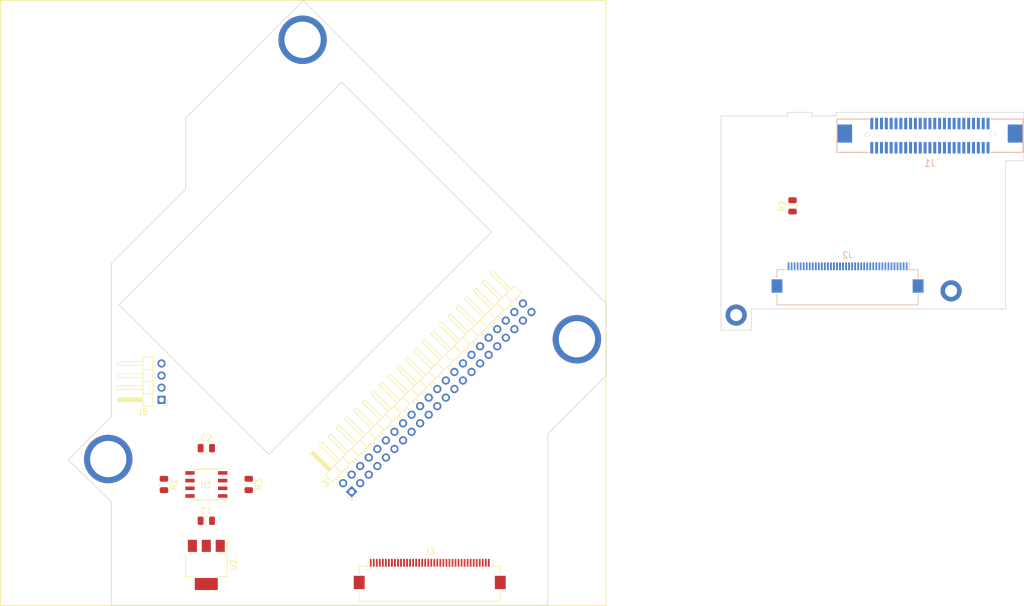
<source format=kicad_pcb>
(kicad_pcb (version 20171130) (host pcbnew "(5.0.1)-rc2")

  (general
    (thickness 1.6)
    (drawings 34)
    (tracks 5)
    (zones 0)
    (modules 12)
    (nets 95)
  )

  (page A4)
  (title_block
    (title sd-rom)
  )

  (layers
    (0 F.Cu signal)
    (31 B.Cu signal)
    (32 B.Adhes user)
    (33 F.Adhes user)
    (34 B.Paste user)
    (35 F.Paste user)
    (36 B.SilkS user)
    (37 F.SilkS user)
    (38 B.Mask user)
    (39 F.Mask user)
    (40 Dwgs.User user)
    (41 Cmts.User user)
    (42 Eco1.User user)
    (43 Eco2.User user)
    (44 Edge.Cuts user)
    (45 Margin user)
    (46 B.CrtYd user)
    (47 F.CrtYd user)
    (48 B.Fab user)
    (49 F.Fab user)
  )

  (setup
    (last_trace_width 0.2)
    (trace_clearance 0.2)
    (zone_clearance 0.508)
    (zone_45_only no)
    (trace_min 0.2)
    (segment_width 0.2)
    (edge_width 0.1)
    (via_size 0.45)
    (via_drill 0.3)
    (via_min_size 0.4)
    (via_min_drill 0.3)
    (uvia_size 0.3)
    (uvia_drill 0.1)
    (uvias_allowed no)
    (uvia_min_size 0.2)
    (uvia_min_drill 0.1)
    (pcb_text_width 0.3)
    (pcb_text_size 1.5 1.5)
    (mod_edge_width 0.15)
    (mod_text_size 1 1)
    (mod_text_width 0.15)
    (pad_size 0.975 1.4)
    (pad_drill 0)
    (pad_to_mask_clearance 0)
    (solder_mask_min_width 0.25)
    (aux_axis_origin 0 0)
    (visible_elements 7FFFFFFF)
    (pcbplotparams
      (layerselection 0x010fc_ffffffff)
      (usegerberextensions false)
      (usegerberattributes false)
      (usegerberadvancedattributes false)
      (creategerberjobfile false)
      (excludeedgelayer true)
      (linewidth 0.100000)
      (plotframeref false)
      (viasonmask false)
      (mode 1)
      (useauxorigin false)
      (hpglpennumber 1)
      (hpglpenspeed 20)
      (hpglpendiameter 15.000000)
      (psnegative false)
      (psa4output false)
      (plotreference true)
      (plotvalue true)
      (plotinvisibletext false)
      (padsonsilk false)
      (subtractmaskfromsilk false)
      (outputformat 1)
      (mirror false)
      (drillshape 1)
      (scaleselection 1)
      (outputdirectory ""))
  )

  (net 0 "")
  (net 1 "Net-(J1-Pad1)")
  (net 2 "Net-(J1-Pad3)")
  (net 3 "Net-(J1-Pad5)")
  (net 4 "Net-(J1-Pad7)")
  (net 5 "Net-(J1-Pad9)")
  (net 6 "Net-(J1-Pad11)")
  (net 7 "Net-(J1-Pad13)")
  (net 8 "Net-(J1-Pad15)")
  (net 9 "Net-(J1-Pad17)")
  (net 10 "Net-(J1-Pad19)")
  (net 11 "Net-(J1-Pad21)")
  (net 12 "Net-(J1-Pad25)")
  (net 13 "Net-(J1-Pad27)")
  (net 14 "Net-(J1-Pad29)")
  (net 15 "Net-(J1-Pad31)")
  (net 16 "Net-(J1-Pad33)")
  (net 17 "Net-(J1-Pad35)")
  (net 18 "Net-(J1-Pad37)")
  (net 19 "Net-(J1-Pad38)")
  (net 20 "Net-(J1-Pad41)")
  (net 21 "Net-(J1-Pad47)")
  (net 22 "Net-(J1-Pad49)")
  (net 23 "Net-(J1-Pad50)")
  (net 24 "Net-(J1-Pad36)")
  (net 25 "Net-(J1-Pad34)")
  (net 26 "Net-(J1-Pad32)")
  (net 27 "Net-(J1-Pad30)")
  (net 28 "Net-(J1-Pad28)")
  (net 29 "Net-(J1-Pad24)")
  (net 30 "Net-(J1-Pad22)")
  (net 31 "Net-(J1-Pad20)")
  (net 32 "Net-(J1-Pad18)")
  (net 33 "Net-(J1-Pad16)")
  (net 34 "Net-(J1-Pad14)")
  (net 35 "Net-(J1-Pad12)")
  (net 36 "Net-(J1-Pad10)")
  (net 37 "Net-(J1-Pad8)")
  (net 38 "Net-(J1-Pad6)")
  (net 39 "Net-(J1-Pad2)")
  (net 40 "Net-(J2-Pad26)")
  (net 41 "Net-(J2-Pad24)")
  (net 42 "Net-(J2-Pad22)")
  (net 43 "Net-(J3-Pad1)")
  (net 44 "Net-(J3-Pad3)")
  (net 45 "Net-(J3-Pad4)")
  (net 46 "Net-(J3-Pad5)")
  (net 47 "Net-(J3-Pad6)")
  (net 48 "Net-(J3-Pad7)")
  (net 49 "Net-(J3-Pad8)")
  (net 50 "Net-(J3-Pad9)")
  (net 51 "Net-(J3-Pad10)")
  (net 52 "Net-(J3-Pad11)")
  (net 53 "Net-(J3-Pad12)")
  (net 54 "Net-(J3-Pad13)")
  (net 55 "Net-(J3-Pad14)")
  (net 56 "Net-(J3-Pad15)")
  (net 57 "Net-(J3-Pad16)")
  (net 58 "Net-(J3-Pad17)")
  (net 59 "Net-(J3-Pad18)")
  (net 60 "Net-(J3-Pad21)")
  (net 61 "Net-(J3-Pad22)")
  (net 62 "Net-(J3-Pad23)")
  (net 63 "Net-(J3-Pad24)")
  (net 64 "Net-(J3-Pad25)")
  (net 65 "Net-(J3-Pad26)")
  (net 66 "Net-(J3-Pad27)")
  (net 67 "Net-(J3-Pad28)")
  (net 68 "Net-(J3-Pad29)")
  (net 69 "Net-(J3-Pad31)")
  (net 70 "Net-(J3-Pad32)")
  (net 71 "Net-(J3-Pad33)")
  (net 72 "Net-(J3-Pad34)")
  (net 73 "Net-(J3-Pad35)")
  (net 74 "Net-(J3-Pad36)")
  (net 75 "Net-(J3-Pad37)")
  (net 76 "Net-(J3-Pad38)")
  (net 77 "Net-(J3-Pad40)")
  (net 78 "Net-(J4-Pad44)")
  (net 79 "Net-(J4-Pad43)")
  (net 80 "Net-(J4-Pad40)")
  (net 81 "Net-(J4-Pad20)")
  (net 82 GND)
  (net 83 GNDREF)
  (net 84 VCC)
  (net 85 "Net-(J5-Pad1)")
  (net 86 "Net-(J5-Pad3)")
  (net 87 "Net-(U1-Pad3)")
  (net 88 "Net-(U1-Pad1)")
  (net 89 "Net-(C2-Pad1)")
  (net 90 /LedIn)
  (net 91 /Button)
  (net 92 /LedOut)
  (net 93 /Motor)
  (net 94 "Net-(J2-Pad39)")

  (net_class Default "This is the default net class."
    (clearance 0.2)
    (trace_width 0.2)
    (via_dia 0.45)
    (via_drill 0.3)
    (uvia_dia 0.3)
    (uvia_drill 0.1)
    (add_net /Button)
    (add_net /LedIn)
    (add_net /LedOut)
    (add_net /Motor)
    (add_net GND)
    (add_net GNDREF)
    (add_net "Net-(C2-Pad1)")
    (add_net "Net-(J1-Pad1)")
    (add_net "Net-(J1-Pad10)")
    (add_net "Net-(J1-Pad11)")
    (add_net "Net-(J1-Pad12)")
    (add_net "Net-(J1-Pad13)")
    (add_net "Net-(J1-Pad14)")
    (add_net "Net-(J1-Pad15)")
    (add_net "Net-(J1-Pad16)")
    (add_net "Net-(J1-Pad17)")
    (add_net "Net-(J1-Pad18)")
    (add_net "Net-(J1-Pad19)")
    (add_net "Net-(J1-Pad2)")
    (add_net "Net-(J1-Pad20)")
    (add_net "Net-(J1-Pad21)")
    (add_net "Net-(J1-Pad22)")
    (add_net "Net-(J1-Pad24)")
    (add_net "Net-(J1-Pad25)")
    (add_net "Net-(J1-Pad27)")
    (add_net "Net-(J1-Pad28)")
    (add_net "Net-(J1-Pad29)")
    (add_net "Net-(J1-Pad3)")
    (add_net "Net-(J1-Pad30)")
    (add_net "Net-(J1-Pad31)")
    (add_net "Net-(J1-Pad32)")
    (add_net "Net-(J1-Pad33)")
    (add_net "Net-(J1-Pad34)")
    (add_net "Net-(J1-Pad35)")
    (add_net "Net-(J1-Pad36)")
    (add_net "Net-(J1-Pad37)")
    (add_net "Net-(J1-Pad38)")
    (add_net "Net-(J1-Pad41)")
    (add_net "Net-(J1-Pad47)")
    (add_net "Net-(J1-Pad49)")
    (add_net "Net-(J1-Pad5)")
    (add_net "Net-(J1-Pad50)")
    (add_net "Net-(J1-Pad6)")
    (add_net "Net-(J1-Pad7)")
    (add_net "Net-(J1-Pad8)")
    (add_net "Net-(J1-Pad9)")
    (add_net "Net-(J2-Pad22)")
    (add_net "Net-(J2-Pad24)")
    (add_net "Net-(J2-Pad26)")
    (add_net "Net-(J2-Pad39)")
    (add_net "Net-(J3-Pad1)")
    (add_net "Net-(J3-Pad10)")
    (add_net "Net-(J3-Pad11)")
    (add_net "Net-(J3-Pad12)")
    (add_net "Net-(J3-Pad13)")
    (add_net "Net-(J3-Pad14)")
    (add_net "Net-(J3-Pad15)")
    (add_net "Net-(J3-Pad16)")
    (add_net "Net-(J3-Pad17)")
    (add_net "Net-(J3-Pad18)")
    (add_net "Net-(J3-Pad21)")
    (add_net "Net-(J3-Pad22)")
    (add_net "Net-(J3-Pad23)")
    (add_net "Net-(J3-Pad24)")
    (add_net "Net-(J3-Pad25)")
    (add_net "Net-(J3-Pad26)")
    (add_net "Net-(J3-Pad27)")
    (add_net "Net-(J3-Pad28)")
    (add_net "Net-(J3-Pad29)")
    (add_net "Net-(J3-Pad3)")
    (add_net "Net-(J3-Pad31)")
    (add_net "Net-(J3-Pad32)")
    (add_net "Net-(J3-Pad33)")
    (add_net "Net-(J3-Pad34)")
    (add_net "Net-(J3-Pad35)")
    (add_net "Net-(J3-Pad36)")
    (add_net "Net-(J3-Pad37)")
    (add_net "Net-(J3-Pad38)")
    (add_net "Net-(J3-Pad4)")
    (add_net "Net-(J3-Pad40)")
    (add_net "Net-(J3-Pad5)")
    (add_net "Net-(J3-Pad6)")
    (add_net "Net-(J3-Pad7)")
    (add_net "Net-(J3-Pad8)")
    (add_net "Net-(J3-Pad9)")
    (add_net "Net-(J4-Pad20)")
    (add_net "Net-(J4-Pad40)")
    (add_net "Net-(J4-Pad43)")
    (add_net "Net-(J4-Pad44)")
    (add_net "Net-(J5-Pad1)")
    (add_net "Net-(J5-Pad3)")
    (add_net "Net-(U1-Pad1)")
    (add_net "Net-(U1-Pad3)")
    (add_net VCC)
  )

  (module sd-rom:R_0805_2012Metric (layer F.Cu) (tedit 5B36C52B) (tstamp 5BDCAFC3)
    (at 27 80 270)
    (descr "Resistor SMD 0805 (2012 Metric), square (rectangular) end terminal, IPC_7351 nominal, (Body size source: https://docs.google.com/spreadsheets/d/1BsfQQcO9C6DZCsRaXUlFlo91Tg2WpOkGARC1WS5S8t0/edit?usp=sharing), generated with kicad-footprint-generator")
    (tags resistor)
    (path /5C421572)
    (attr smd)
    (fp_text reference R1 (at 0 -1.65 270) (layer F.SilkS)
      (effects (font (size 1 1) (thickness 0.15)))
    )
    (fp_text value 300 (at 0 1.65 270) (layer F.Fab)
      (effects (font (size 1 1) (thickness 0.15)))
    )
    (fp_line (start -1 0.6) (end -1 -0.6) (layer F.Fab) (width 0.1))
    (fp_line (start -1 -0.6) (end 1 -0.6) (layer F.Fab) (width 0.1))
    (fp_line (start 1 -0.6) (end 1 0.6) (layer F.Fab) (width 0.1))
    (fp_line (start 1 0.6) (end -1 0.6) (layer F.Fab) (width 0.1))
    (fp_line (start -0.258578 -0.71) (end 0.258578 -0.71) (layer F.SilkS) (width 0.12))
    (fp_line (start -0.258578 0.71) (end 0.258578 0.71) (layer F.SilkS) (width 0.12))
    (fp_line (start -1.68 0.95) (end -1.68 -0.95) (layer F.CrtYd) (width 0.05))
    (fp_line (start -1.68 -0.95) (end 1.68 -0.95) (layer F.CrtYd) (width 0.05))
    (fp_line (start 1.68 -0.95) (end 1.68 0.95) (layer F.CrtYd) (width 0.05))
    (fp_line (start 1.68 0.95) (end -1.68 0.95) (layer F.CrtYd) (width 0.05))
    (fp_text user %R (at 0 0 270) (layer F.Fab)
      (effects (font (size 0.5 0.5) (thickness 0.08)))
    )
    (pad 1 smd roundrect (at -0.9375 0 270) (size 0.975 1.4) (layers F.Cu F.Paste F.Mask) (roundrect_rratio 0.25)
      (net 86 "Net-(J5-Pad3)"))
    (pad 2 smd roundrect (at 0.9375 0 270) (size 0.975 1.4) (layers F.Cu F.Paste F.Mask) (roundrect_rratio 0.25)
      (net 92 /LedOut))
    (model ${KISYS3DMOD}/Resistor_SMD.3dshapes/R_0805_2012Metric.wrl
      (at (xyz 0 0 0))
      (scale (xyz 1 1 1))
      (rotate (xyz 0 0 0))
    )
  )

  (module sd-rom:PinHeader_1x04_P2.00mm_Horizontal (layer F.Cu) (tedit 59FED667) (tstamp 5BDCAD3B)
    (at 26.6 66 180)
    (descr "Through hole angled pin header, 1x04, 2.00mm pitch, 4.2mm pin length, single row")
    (tags "Through hole angled pin header THT 1x04 2.00mm single row")
    (path /5C12D41B)
    (fp_text reference J5 (at 3.1 -2 180) (layer F.SilkS)
      (effects (font (size 1 1) (thickness 0.15)))
    )
    (fp_text value Conn_01x04_Male (at 3.1 8 180) (layer F.Fab)
      (effects (font (size 1 1) (thickness 0.15)))
    )
    (fp_line (start 1.875 -1) (end 3 -1) (layer F.Fab) (width 0.1))
    (fp_line (start 3 -1) (end 3 7) (layer F.Fab) (width 0.1))
    (fp_line (start 3 7) (end 1.5 7) (layer F.Fab) (width 0.1))
    (fp_line (start 1.5 7) (end 1.5 -0.625) (layer F.Fab) (width 0.1))
    (fp_line (start 1.5 -0.625) (end 1.875 -1) (layer F.Fab) (width 0.1))
    (fp_line (start -0.25 -0.25) (end 1.5 -0.25) (layer F.Fab) (width 0.1))
    (fp_line (start -0.25 -0.25) (end -0.25 0.25) (layer F.Fab) (width 0.1))
    (fp_line (start -0.25 0.25) (end 1.5 0.25) (layer F.Fab) (width 0.1))
    (fp_line (start 3 -0.25) (end 7.2 -0.25) (layer F.Fab) (width 0.1))
    (fp_line (start 7.2 -0.25) (end 7.2 0.25) (layer F.Fab) (width 0.1))
    (fp_line (start 3 0.25) (end 7.2 0.25) (layer F.Fab) (width 0.1))
    (fp_line (start -0.25 1.75) (end 1.5 1.75) (layer F.Fab) (width 0.1))
    (fp_line (start -0.25 1.75) (end -0.25 2.25) (layer F.Fab) (width 0.1))
    (fp_line (start -0.25 2.25) (end 1.5 2.25) (layer F.Fab) (width 0.1))
    (fp_line (start 3 1.75) (end 7.2 1.75) (layer F.Fab) (width 0.1))
    (fp_line (start 7.2 1.75) (end 7.2 2.25) (layer F.Fab) (width 0.1))
    (fp_line (start 3 2.25) (end 7.2 2.25) (layer F.Fab) (width 0.1))
    (fp_line (start -0.25 3.75) (end 1.5 3.75) (layer F.Fab) (width 0.1))
    (fp_line (start -0.25 3.75) (end -0.25 4.25) (layer F.Fab) (width 0.1))
    (fp_line (start -0.25 4.25) (end 1.5 4.25) (layer F.Fab) (width 0.1))
    (fp_line (start 3 3.75) (end 7.2 3.75) (layer F.Fab) (width 0.1))
    (fp_line (start 7.2 3.75) (end 7.2 4.25) (layer F.Fab) (width 0.1))
    (fp_line (start 3 4.25) (end 7.2 4.25) (layer F.Fab) (width 0.1))
    (fp_line (start -0.25 5.75) (end 1.5 5.75) (layer F.Fab) (width 0.1))
    (fp_line (start -0.25 5.75) (end -0.25 6.25) (layer F.Fab) (width 0.1))
    (fp_line (start -0.25 6.25) (end 1.5 6.25) (layer F.Fab) (width 0.1))
    (fp_line (start 3 5.75) (end 7.2 5.75) (layer F.Fab) (width 0.1))
    (fp_line (start 7.2 5.75) (end 7.2 6.25) (layer F.Fab) (width 0.1))
    (fp_line (start 3 6.25) (end 7.2 6.25) (layer F.Fab) (width 0.1))
    (fp_line (start 1.44 -1.06) (end 1.44 7.06) (layer F.SilkS) (width 0.12))
    (fp_line (start 1.44 7.06) (end 3.06 7.06) (layer F.SilkS) (width 0.12))
    (fp_line (start 3.06 7.06) (end 3.06 -1.06) (layer F.SilkS) (width 0.12))
    (fp_line (start 3.06 -1.06) (end 1.44 -1.06) (layer F.SilkS) (width 0.12))
    (fp_line (start 3.06 -0.31) (end 7.26 -0.31) (layer F.SilkS) (width 0.12))
    (fp_line (start 7.26 -0.31) (end 7.26 0.31) (layer F.SilkS) (width 0.12))
    (fp_line (start 7.26 0.31) (end 3.06 0.31) (layer F.SilkS) (width 0.12))
    (fp_line (start 3.06 -0.25) (end 7.26 -0.25) (layer F.SilkS) (width 0.12))
    (fp_line (start 3.06 -0.13) (end 7.26 -0.13) (layer F.SilkS) (width 0.12))
    (fp_line (start 3.06 -0.01) (end 7.26 -0.01) (layer F.SilkS) (width 0.12))
    (fp_line (start 3.06 0.11) (end 7.26 0.11) (layer F.SilkS) (width 0.12))
    (fp_line (start 3.06 0.23) (end 7.26 0.23) (layer F.SilkS) (width 0.12))
    (fp_line (start 0.935 -0.31) (end 1.44 -0.31) (layer F.SilkS) (width 0.12))
    (fp_line (start 0.935 0.31) (end 1.44 0.31) (layer F.SilkS) (width 0.12))
    (fp_line (start 1.44 1) (end 3.06 1) (layer F.SilkS) (width 0.12))
    (fp_line (start 3.06 1.69) (end 7.26 1.69) (layer F.SilkS) (width 0.12))
    (fp_line (start 7.26 1.69) (end 7.26 2.31) (layer F.SilkS) (width 0.12))
    (fp_line (start 7.26 2.31) (end 3.06 2.31) (layer F.SilkS) (width 0.12))
    (fp_line (start 0.882114 1.69) (end 1.44 1.69) (layer F.SilkS) (width 0.12))
    (fp_line (start 0.882114 2.31) (end 1.44 2.31) (layer F.SilkS) (width 0.12))
    (fp_line (start 1.44 3) (end 3.06 3) (layer F.SilkS) (width 0.12))
    (fp_line (start 3.06 3.69) (end 7.26 3.69) (layer F.SilkS) (width 0.12))
    (fp_line (start 7.26 3.69) (end 7.26 4.31) (layer F.SilkS) (width 0.12))
    (fp_line (start 7.26 4.31) (end 3.06 4.31) (layer F.SilkS) (width 0.12))
    (fp_line (start 0.882114 3.69) (end 1.44 3.69) (layer F.SilkS) (width 0.12))
    (fp_line (start 0.882114 4.31) (end 1.44 4.31) (layer F.SilkS) (width 0.12))
    (fp_line (start 1.44 5) (end 3.06 5) (layer F.SilkS) (width 0.12))
    (fp_line (start 3.06 5.69) (end 7.26 5.69) (layer F.SilkS) (width 0.12))
    (fp_line (start 7.26 5.69) (end 7.26 6.31) (layer F.SilkS) (width 0.12))
    (fp_line (start 7.26 6.31) (end 3.06 6.31) (layer F.SilkS) (width 0.12))
    (fp_line (start 0.882114 5.69) (end 1.44 5.69) (layer F.SilkS) (width 0.12))
    (fp_line (start 0.882114 6.31) (end 1.44 6.31) (layer F.SilkS) (width 0.12))
    (fp_line (start -1 0) (end -1 -1) (layer F.SilkS) (width 0.12))
    (fp_line (start -1 -1) (end 0 -1) (layer F.SilkS) (width 0.12))
    (fp_line (start -1.5 -1.5) (end -1.5 7.5) (layer F.CrtYd) (width 0.05))
    (fp_line (start -1.5 7.5) (end 7.7 7.5) (layer F.CrtYd) (width 0.05))
    (fp_line (start 7.7 7.5) (end 7.7 -1.5) (layer F.CrtYd) (width 0.05))
    (fp_line (start 7.7 -1.5) (end -1.5 -1.5) (layer F.CrtYd) (width 0.05))
    (fp_text user %R (at 2.25 3 270) (layer F.Fab)
      (effects (font (size 0.9 0.9) (thickness 0.135)))
    )
    (pad 1 thru_hole rect (at 0 0 180) (size 1.35 1.35) (drill 0.8) (layers *.Cu *.Mask)
      (net 85 "Net-(J5-Pad1)"))
    (pad 2 thru_hole oval (at 0 2 180) (size 1.35 1.35) (drill 0.8) (layers *.Cu *.Mask)
      (net 82 GND))
    (pad 3 thru_hole oval (at 0 4 180) (size 1.35 1.35) (drill 0.8) (layers *.Cu *.Mask)
      (net 86 "Net-(J5-Pad3)"))
    (pad 4 thru_hole oval (at 0 6 180) (size 1.35 1.35) (drill 0.8) (layers *.Cu *.Mask)
      (net 91 /Button))
    (model ${KISYS3DMOD}/Connector_PinHeader_2.00mm.3dshapes/PinHeader_1x04_P2.00mm_Horizontal.wrl
      (at (xyz 0 0 0))
      (scale (xyz 1 1 1))
      (rotate (xyz 0 0 0))
    )
  )

  (module sd-rom:JAE50 (layer B.Cu) (tedit 5BCDDC8E) (tstamp 5BCE5A6A)
    (at 143.15 19.4 180)
    (path /5BCDAAE4)
    (fp_text reference J1 (at -10.35 -7.5 180) (layer B.SilkS)
      (effects (font (size 1.2 1.2) (thickness 0.15)) (justify mirror))
    )
    (fp_text value JAE50 (at -10.35 1.6 180) (layer B.Fab) hide
      (effects (font (size 1.2 1.2) (thickness 0.15)) (justify mirror))
    )
    (fp_line (start -0.25 -5.7) (end 5 -5.7) (layer B.SilkS) (width 0.15))
    (fp_line (start -20.45 -0.2) (end -25.7 -0.2) (layer B.SilkS) (width 0.15))
    (fp_line (start 5 -0.2) (end -0.25 -0.2) (layer B.SilkS) (width 0.15))
    (fp_line (start 5 -0.2) (end 5 -5.7) (layer B.SilkS) (width 0.15))
    (fp_line (start -25.7 -5.7) (end -20.45 -5.7) (layer B.SilkS) (width 0.15))
    (fp_line (start -25.7 -0.2) (end -25.7 -5.7) (layer B.SilkS) (width 0.15))
    (pad "" smd rect (at 3.75 -2.6 180) (size 2.5 3) (layers B.Cu B.Paste B.Mask))
    (pad "" smd rect (at -24.45 -2.6 180) (size 2.5 3) (layers B.Cu B.Paste B.Mask))
    (pad "" thru_hole circle (at -20.7 -2.6 180) (size 0.9 0.9) (drill 0.9) (layers *.Cu *.Mask))
    (pad "" thru_hole circle (at 0 -2.8 180) (size 0.7 0.7) (drill 0.7) (layers *.Cu *.Mask))
    (pad 2 smd rect (at -19.95 -0.95 180) (size 0.5 1.9) (layers B.Cu B.Paste B.Mask)
      (net 39 "Net-(J1-Pad2)"))
    (pad 4 smd rect (at -19.15 -0.95 180) (size 0.5 1.9) (layers B.Cu B.Paste B.Mask)
      (net 83 GNDREF))
    (pad 6 smd rect (at -18.35 -0.95 180) (size 0.5 1.9) (layers B.Cu B.Paste B.Mask)
      (net 38 "Net-(J1-Pad6)"))
    (pad 8 smd rect (at -17.55 -0.95 180) (size 0.5 1.9) (layers B.Cu B.Paste B.Mask)
      (net 37 "Net-(J1-Pad8)"))
    (pad 10 smd rect (at -16.75 -0.95 180) (size 0.5 1.9) (layers B.Cu B.Paste B.Mask)
      (net 36 "Net-(J1-Pad10)"))
    (pad 12 smd rect (at -15.95 -0.95 180) (size 0.5 1.9) (layers B.Cu B.Paste B.Mask)
      (net 35 "Net-(J1-Pad12)"))
    (pad 14 smd rect (at -15.15 -0.95 180) (size 0.5 1.9) (layers B.Cu B.Paste B.Mask)
      (net 34 "Net-(J1-Pad14)"))
    (pad 16 smd rect (at -14.35 -0.95 180) (size 0.5 1.9) (layers B.Cu B.Paste B.Mask)
      (net 33 "Net-(J1-Pad16)"))
    (pad 18 smd rect (at -13.55 -0.95 180) (size 0.5 1.9) (layers B.Cu B.Paste B.Mask)
      (net 32 "Net-(J1-Pad18)"))
    (pad 20 smd rect (at -12.75 -0.95 180) (size 0.5 1.9) (layers B.Cu B.Paste B.Mask)
      (net 31 "Net-(J1-Pad20)"))
    (pad 22 smd rect (at -11.95 -0.95 180) (size 0.5 1.9) (layers B.Cu B.Paste B.Mask)
      (net 30 "Net-(J1-Pad22)"))
    (pad 24 smd rect (at -11.15 -0.95 180) (size 0.5 1.9) (layers B.Cu B.Paste B.Mask)
      (net 29 "Net-(J1-Pad24)"))
    (pad 26 smd rect (at -10.35 -0.95 180) (size 0.5 1.9) (layers B.Cu B.Paste B.Mask)
      (net 83 GNDREF))
    (pad 28 smd rect (at -9.55 -0.95 180) (size 0.5 1.9) (layers B.Cu B.Paste B.Mask)
      (net 28 "Net-(J1-Pad28)"))
    (pad 30 smd rect (at -8.75 -0.95 180) (size 0.5 1.9) (layers B.Cu B.Paste B.Mask)
      (net 27 "Net-(J1-Pad30)"))
    (pad 32 smd rect (at -7.95 -0.95 180) (size 0.5 1.9) (layers B.Cu B.Paste B.Mask)
      (net 26 "Net-(J1-Pad32)"))
    (pad 34 smd rect (at -7.15 -0.95 180) (size 0.5 1.9) (layers B.Cu B.Paste B.Mask)
      (net 25 "Net-(J1-Pad34)"))
    (pad 36 smd rect (at -6.35 -0.95 180) (size 0.5 1.9) (layers B.Cu B.Paste B.Mask)
      (net 24 "Net-(J1-Pad36)"))
    (pad 38 smd rect (at -5.55 -0.95 180) (size 0.5 1.9) (layers B.Cu B.Paste B.Mask)
      (net 19 "Net-(J1-Pad38)"))
    (pad 40 smd rect (at -4.75 -0.95 180) (size 0.5 1.9) (layers B.Cu B.Paste B.Mask)
      (net 19 "Net-(J1-Pad38)"))
    (pad 42 smd rect (at -3.95 -0.95 180) (size 0.5 1.9) (layers B.Cu B.Paste B.Mask)
      (net 20 "Net-(J1-Pad41)"))
    (pad 44 smd rect (at -3.15 -0.95 180) (size 0.5 1.9) (layers B.Cu B.Paste B.Mask)
      (net 83 GNDREF))
    (pad 46 smd rect (at -2.35 -0.95 180) (size 0.5 1.9) (layers B.Cu B.Paste B.Mask)
      (net 83 GNDREF))
    (pad 48 smd rect (at -1.55 -0.95 180) (size 0.5 1.9) (layers B.Cu B.Paste B.Mask)
      (net 83 GNDREF))
    (pad 50 smd rect (at -0.75 -0.95 180) (size 0.5 1.9) (layers B.Cu B.Paste B.Mask)
      (net 23 "Net-(J1-Pad50)"))
    (pad 49 smd rect (at -0.75 -4.95 180) (size 0.5 1.9) (layers B.Cu B.Paste B.Mask)
      (net 22 "Net-(J1-Pad49)"))
    (pad 47 smd rect (at -1.55 -4.95 180) (size 0.5 1.9) (layers B.Cu B.Paste B.Mask)
      (net 21 "Net-(J1-Pad47)"))
    (pad 45 smd rect (at -2.35 -4.95 180) (size 0.5 1.9) (layers B.Cu B.Paste B.Mask)
      (net 83 GNDREF))
    (pad 43 smd rect (at -3.15 -4.95 180) (size 0.5 1.9) (layers B.Cu B.Paste B.Mask)
      (net 83 GNDREF))
    (pad 41 smd rect (at -3.95 -4.95 180) (size 0.5 1.9) (layers B.Cu B.Paste B.Mask)
      (net 20 "Net-(J1-Pad41)"))
    (pad 39 smd rect (at -4.75 -4.95 180) (size 0.5 1.9) (layers B.Cu B.Paste B.Mask)
      (net 19 "Net-(J1-Pad38)"))
    (pad 37 smd rect (at -5.55 -4.95 180) (size 0.5 1.9) (layers B.Cu B.Paste B.Mask)
      (net 18 "Net-(J1-Pad37)"))
    (pad 35 smd rect (at -6.35 -4.95 180) (size 0.5 1.9) (layers B.Cu B.Paste B.Mask)
      (net 17 "Net-(J1-Pad35)"))
    (pad 33 smd rect (at -7.15 -4.95 180) (size 0.5 1.9) (layers B.Cu B.Paste B.Mask)
      (net 16 "Net-(J1-Pad33)"))
    (pad 31 smd rect (at -7.95 -4.95 180) (size 0.5 1.9) (layers B.Cu B.Paste B.Mask)
      (net 15 "Net-(J1-Pad31)"))
    (pad 29 smd rect (at -8.75 -4.95 180) (size 0.5 1.9) (layers B.Cu B.Paste B.Mask)
      (net 14 "Net-(J1-Pad29)"))
    (pad 27 smd rect (at -9.55 -4.95 180) (size 0.5 1.9) (layers B.Cu B.Paste B.Mask)
      (net 13 "Net-(J1-Pad27)"))
    (pad 25 smd rect (at -10.35 -4.95 180) (size 0.5 1.9) (layers B.Cu B.Paste B.Mask)
      (net 12 "Net-(J1-Pad25)"))
    (pad 23 smd rect (at -11.15 -4.95 180) (size 0.5 1.9) (layers B.Cu B.Paste B.Mask)
      (net 83 GNDREF))
    (pad 21 smd rect (at -11.95 -4.95 180) (size 0.5 1.9) (layers B.Cu B.Paste B.Mask)
      (net 11 "Net-(J1-Pad21)"))
    (pad 19 smd rect (at -12.75 -4.95 180) (size 0.5 1.9) (layers B.Cu B.Paste B.Mask)
      (net 10 "Net-(J1-Pad19)"))
    (pad 17 smd rect (at -13.55 -4.95 180) (size 0.5 1.9) (layers B.Cu B.Paste B.Mask)
      (net 9 "Net-(J1-Pad17)"))
    (pad 15 smd rect (at -14.35 -4.95 180) (size 0.5 1.9) (layers B.Cu B.Paste B.Mask)
      (net 8 "Net-(J1-Pad15)"))
    (pad 13 smd rect (at -15.15 -4.95 180) (size 0.5 1.9) (layers B.Cu B.Paste B.Mask)
      (net 7 "Net-(J1-Pad13)"))
    (pad 11 smd rect (at -15.95 -4.95 180) (size 0.5 1.9) (layers B.Cu B.Paste B.Mask)
      (net 6 "Net-(J1-Pad11)"))
    (pad 9 smd rect (at -16.75 -4.95 180) (size 0.5 1.9) (layers B.Cu B.Paste B.Mask)
      (net 5 "Net-(J1-Pad9)"))
    (pad 7 smd rect (at -17.55 -4.95 180) (size 0.5 1.9) (layers B.Cu B.Paste B.Mask)
      (net 4 "Net-(J1-Pad7)"))
    (pad 5 smd rect (at -18.35 -4.95 180) (size 0.5 1.9) (layers B.Cu B.Paste B.Mask)
      (net 3 "Net-(J1-Pad5)"))
    (pad 3 smd rect (at -19.15 -4.95 180) (size 0.5 1.9) (layers B.Cu B.Paste B.Mask)
      (net 2 "Net-(J1-Pad3)"))
    (pad 1 smd rect (at -19.95 -4.95 180) (size 0.5 1.9) (layers B.Cu B.Paste B.Mask)
      (net 1 "Net-(J1-Pad1)"))
  )

  (module sd-rom:Hirose_FH12-40S-0.5SH_1x40-1MP_P0.50mm_Horizontal (layer B.Cu) (tedit 5AEE0F8A) (tstamp 5BCE5999)
    (at 139.9 45.8 180)
    (descr "Molex FH12, FFC/FPC connector, FH12-40S-0.5SH, 40 Pins per row (https://www.hirose.com/product/en/products/FH12/FH12-24S-0.5SH(55)/), generated with kicad-footprint-generator")
    (tags "connector Hirose  top entry")
    (path /5BCDD1AB)
    (attr smd)
    (fp_text reference J2 (at 0 3.7 180) (layer B.SilkS)
      (effects (font (size 1 1) (thickness 0.15)) (justify mirror))
    )
    (fp_text value Conn_01x40 (at 0 -5.6 180) (layer B.Fab) hide
      (effects (font (size 1 1) (thickness 0.15)) (justify mirror))
    )
    (fp_line (start 0 1.2) (end -11.55 1.2) (layer B.Fab) (width 0.1))
    (fp_line (start -11.55 1.2) (end -11.55 -3.4) (layer B.Fab) (width 0.1))
    (fp_line (start -11.55 -3.4) (end -10.95 -3.4) (layer B.Fab) (width 0.1))
    (fp_line (start -10.95 -3.4) (end -10.95 -3.7) (layer B.Fab) (width 0.1))
    (fp_line (start -10.95 -3.7) (end -11.45 -3.7) (layer B.Fab) (width 0.1))
    (fp_line (start -11.45 -3.7) (end -11.45 -4.4) (layer B.Fab) (width 0.1))
    (fp_line (start -11.45 -4.4) (end 0 -4.4) (layer B.Fab) (width 0.1))
    (fp_line (start 0 1.2) (end 11.55 1.2) (layer B.Fab) (width 0.1))
    (fp_line (start 11.55 1.2) (end 11.55 -3.4) (layer B.Fab) (width 0.1))
    (fp_line (start 11.55 -3.4) (end 10.95 -3.4) (layer B.Fab) (width 0.1))
    (fp_line (start 10.95 -3.4) (end 10.95 -3.7) (layer B.Fab) (width 0.1))
    (fp_line (start 10.95 -3.7) (end 11.45 -3.7) (layer B.Fab) (width 0.1))
    (fp_line (start 11.45 -3.7) (end 11.45 -4.4) (layer B.Fab) (width 0.1))
    (fp_line (start 11.45 -4.4) (end 0 -4.4) (layer B.Fab) (width 0.1))
    (fp_line (start -10.16 1.3) (end -11.65 1.3) (layer B.SilkS) (width 0.12))
    (fp_line (start -11.65 1.3) (end -11.65 -0.04) (layer B.SilkS) (width 0.12))
    (fp_line (start 10.16 1.3) (end 11.65 1.3) (layer B.SilkS) (width 0.12))
    (fp_line (start 11.65 1.3) (end 11.65 -0.04) (layer B.SilkS) (width 0.12))
    (fp_line (start -11.65 -2.76) (end -11.65 -4.5) (layer B.SilkS) (width 0.12))
    (fp_line (start -11.65 -4.5) (end 11.65 -4.5) (layer B.SilkS) (width 0.12))
    (fp_line (start 11.65 -4.5) (end 11.65 -2.76) (layer B.SilkS) (width 0.12))
    (fp_line (start -10.16 1.3) (end -10.16 2.5) (layer B.SilkS) (width 0.12))
    (fp_line (start -10.25 1.2) (end -9.75 0.492893) (layer B.Fab) (width 0.1))
    (fp_line (start -9.75 0.492893) (end -9.25 1.2) (layer B.Fab) (width 0.1))
    (fp_line (start -13.05 3) (end -13.05 -4.9) (layer B.CrtYd) (width 0.05))
    (fp_line (start -13.05 -4.9) (end 13.05 -4.9) (layer B.CrtYd) (width 0.05))
    (fp_line (start 13.05 -4.9) (end 13.05 3) (layer B.CrtYd) (width 0.05))
    (fp_line (start 13.05 3) (end -13.05 3) (layer B.CrtYd) (width 0.05))
    (fp_text user %R (at 0 -3.7 180) (layer B.Fab)
      (effects (font (size 1 1) (thickness 0.15)) (justify mirror))
    )
    (pad MP smd rect (at 11.65 -1.4 180) (size 1.8 2.2) (layers B.Cu B.Paste B.Mask))
    (pad MP smd rect (at -11.65 -1.4 180) (size 1.8 2.2) (layers B.Cu B.Paste B.Mask))
    (pad 1 smd rect (at -9.75 1.85 180) (size 0.3 1.3) (layers B.Cu B.Paste B.Mask)
      (net 3 "Net-(J1-Pad5)"))
    (pad 2 smd rect (at -9.25 1.85 180) (size 0.3 1.3) (layers B.Cu B.Paste B.Mask)
      (net 83 GNDREF))
    (pad 3 smd rect (at -8.75 1.85 180) (size 0.3 1.3) (layers B.Cu B.Paste B.Mask)
      (net 4 "Net-(J1-Pad7)"))
    (pad 4 smd rect (at -8.25 1.85 180) (size 0.3 1.3) (layers B.Cu B.Paste B.Mask)
      (net 38 "Net-(J1-Pad6)"))
    (pad 5 smd rect (at -7.75 1.85 180) (size 0.3 1.3) (layers B.Cu B.Paste B.Mask)
      (net 5 "Net-(J1-Pad9)"))
    (pad 6 smd rect (at -7.25 1.85 180) (size 0.3 1.3) (layers B.Cu B.Paste B.Mask)
      (net 37 "Net-(J1-Pad8)"))
    (pad 7 smd rect (at -6.75 1.85 180) (size 0.3 1.3) (layers B.Cu B.Paste B.Mask)
      (net 6 "Net-(J1-Pad11)"))
    (pad 8 smd rect (at -6.25 1.85 180) (size 0.3 1.3) (layers B.Cu B.Paste B.Mask)
      (net 36 "Net-(J1-Pad10)"))
    (pad 9 smd rect (at -5.75 1.85 180) (size 0.3 1.3) (layers B.Cu B.Paste B.Mask)
      (net 7 "Net-(J1-Pad13)"))
    (pad 10 smd rect (at -5.25 1.85 180) (size 0.3 1.3) (layers B.Cu B.Paste B.Mask)
      (net 35 "Net-(J1-Pad12)"))
    (pad 11 smd rect (at -4.75 1.85 180) (size 0.3 1.3) (layers B.Cu B.Paste B.Mask)
      (net 8 "Net-(J1-Pad15)"))
    (pad 12 smd rect (at -4.25 1.85 180) (size 0.3 1.3) (layers B.Cu B.Paste B.Mask)
      (net 34 "Net-(J1-Pad14)"))
    (pad 13 smd rect (at -3.75 1.85 180) (size 0.3 1.3) (layers B.Cu B.Paste B.Mask)
      (net 9 "Net-(J1-Pad17)"))
    (pad 14 smd rect (at -3.25 1.85 180) (size 0.3 1.3) (layers B.Cu B.Paste B.Mask)
      (net 33 "Net-(J1-Pad16)"))
    (pad 15 smd rect (at -2.75 1.85 180) (size 0.3 1.3) (layers B.Cu B.Paste B.Mask)
      (net 10 "Net-(J1-Pad19)"))
    (pad 16 smd rect (at -2.25 1.85 180) (size 0.3 1.3) (layers B.Cu B.Paste B.Mask)
      (net 32 "Net-(J1-Pad18)"))
    (pad 17 smd rect (at -1.75 1.85 180) (size 0.3 1.3) (layers B.Cu B.Paste B.Mask)
      (net 11 "Net-(J1-Pad21)"))
    (pad 18 smd rect (at -1.25 1.85 180) (size 0.3 1.3) (layers B.Cu B.Paste B.Mask)
      (net 31 "Net-(J1-Pad20)"))
    (pad 19 smd rect (at -0.75 1.85 180) (size 0.3 1.3) (layers B.Cu B.Paste B.Mask)
      (net 83 GNDREF))
    (pad 20 smd rect (at -0.25 1.85 180) (size 0.3 1.3) (layers B.Cu B.Paste B.Mask)
      (net 20 "Net-(J1-Pad41)"))
    (pad 21 smd rect (at 0.25 1.85 180) (size 0.3 1.3) (layers B.Cu B.Paste B.Mask)
      (net 30 "Net-(J1-Pad22)"))
    (pad 22 smd rect (at 0.75 1.85 180) (size 0.3 1.3) (layers B.Cu B.Paste B.Mask)
      (net 42 "Net-(J2-Pad22)"))
    (pad 23 smd rect (at 1.25 1.85 180) (size 0.3 1.3) (layers B.Cu B.Paste B.Mask)
      (net 12 "Net-(J1-Pad25)"))
    (pad 24 smd rect (at 1.75 1.85 180) (size 0.3 1.3) (layers B.Cu B.Paste B.Mask)
      (net 41 "Net-(J2-Pad24)"))
    (pad 25 smd rect (at 2.25 1.85 180) (size 0.3 1.3) (layers B.Cu B.Paste B.Mask)
      (net 29 "Net-(J1-Pad24)"))
    (pad 26 smd rect (at 2.75 1.85 180) (size 0.3 1.3) (layers B.Cu B.Paste B.Mask)
      (net 40 "Net-(J2-Pad26)"))
    (pad 27 smd rect (at 3.25 1.85 180) (size 0.3 1.3) (layers B.Cu B.Paste B.Mask)
      (net 13 "Net-(J1-Pad27)"))
    (pad 28 smd rect (at 3.75 1.85 180) (size 0.3 1.3) (layers B.Cu B.Paste B.Mask)
      (net 21 "Net-(J1-Pad47)"))
    (pad 29 smd rect (at 4.25 1.85 180) (size 0.3 1.3) (layers B.Cu B.Paste B.Mask)
      (net 28 "Net-(J1-Pad28)"))
    (pad 30 smd rect (at 4.75 1.85 180) (size 0.3 1.3) (layers B.Cu B.Paste B.Mask)
      (net 83 GNDREF))
    (pad 31 smd rect (at 5.25 1.85 180) (size 0.3 1.3) (layers B.Cu B.Paste B.Mask)
      (net 14 "Net-(J1-Pad29)"))
    (pad 32 smd rect (at 5.75 1.85 180) (size 0.3 1.3) (layers B.Cu B.Paste B.Mask)
      (net 27 "Net-(J1-Pad30)"))
    (pad 33 smd rect (at 6.25 1.85 180) (size 0.3 1.3) (layers B.Cu B.Paste B.Mask)
      (net 15 "Net-(J1-Pad31)"))
    (pad 34 smd rect (at 6.75 1.85 180) (size 0.3 1.3) (layers B.Cu B.Paste B.Mask)
      (net 26 "Net-(J1-Pad32)"))
    (pad 35 smd rect (at 7.25 1.85 180) (size 0.3 1.3) (layers B.Cu B.Paste B.Mask)
      (net 16 "Net-(J1-Pad33)"))
    (pad 36 smd rect (at 7.75 1.85 180) (size 0.3 1.3) (layers B.Cu B.Paste B.Mask)
      (net 25 "Net-(J1-Pad34)"))
    (pad 37 smd rect (at 8.25 1.85 180) (size 0.3 1.3) (layers B.Cu B.Paste B.Mask)
      (net 17 "Net-(J1-Pad35)"))
    (pad 38 smd rect (at 8.75 1.85 180) (size 0.3 1.3) (layers B.Cu B.Paste B.Mask)
      (net 24 "Net-(J1-Pad36)"))
    (pad 39 smd rect (at 9.25 1.85 180) (size 0.3 1.3) (layers B.Cu B.Paste B.Mask)
      (net 94 "Net-(J2-Pad39)"))
    (pad 40 smd rect (at 9.75 1.85 180) (size 0.3 1.3) (layers B.Cu B.Paste B.Mask)
      (net 19 "Net-(J1-Pad38)"))
    (model ${KISYS3DMOD}/Connector_FFC-FPC.3dshapes/Hirose_FH12-40S-0.5SH_1x40-1MP_P0.50mm_Horizontal.wrl
      (at (xyz 0 0 0))
      (scale (xyz 1 1 1))
      (rotate (xyz 0 0 0))
    )
  )

  (module sd-rom:Hirose_FH12-40S-0.5SH_1x40-1MP_P0.50mm_Horizontal (layer F.Cu) (tedit 5AEE0F8A) (tstamp 5BDAF980)
    (at 70.9 94.8)
    (descr "Molex FH12, FFC/FPC connector, FH12-40S-0.5SH, 40 Pins per row (https://www.hirose.com/product/en/products/FH12/FH12-24S-0.5SH(55)/), generated with kicad-footprint-generator")
    (tags "connector Hirose  top entry")
    (path /5BCDFD8C)
    (attr smd)
    (fp_text reference J3 (at 0 -3.7) (layer F.SilkS)
      (effects (font (size 1 1) (thickness 0.15)))
    )
    (fp_text value Conn_01x40 (at 0 5.6) (layer F.Fab) hide
      (effects (font (size 1 1) (thickness 0.15)))
    )
    (fp_line (start 0 -1.2) (end -11.55 -1.2) (layer F.Fab) (width 0.1))
    (fp_line (start -11.55 -1.2) (end -11.55 3.4) (layer F.Fab) (width 0.1))
    (fp_line (start -11.55 3.4) (end -10.95 3.4) (layer F.Fab) (width 0.1))
    (fp_line (start -10.95 3.4) (end -10.95 3.7) (layer F.Fab) (width 0.1))
    (fp_line (start -10.95 3.7) (end -11.45 3.7) (layer F.Fab) (width 0.1))
    (fp_line (start -11.45 3.7) (end -11.45 4.4) (layer F.Fab) (width 0.1))
    (fp_line (start -11.45 4.4) (end 0 4.4) (layer F.Fab) (width 0.1))
    (fp_line (start 0 -1.2) (end 11.55 -1.2) (layer F.Fab) (width 0.1))
    (fp_line (start 11.55 -1.2) (end 11.55 3.4) (layer F.Fab) (width 0.1))
    (fp_line (start 11.55 3.4) (end 10.95 3.4) (layer F.Fab) (width 0.1))
    (fp_line (start 10.95 3.4) (end 10.95 3.7) (layer F.Fab) (width 0.1))
    (fp_line (start 10.95 3.7) (end 11.45 3.7) (layer F.Fab) (width 0.1))
    (fp_line (start 11.45 3.7) (end 11.45 4.4) (layer F.Fab) (width 0.1))
    (fp_line (start 11.45 4.4) (end 0 4.4) (layer F.Fab) (width 0.1))
    (fp_line (start -10.16 -1.3) (end -11.65 -1.3) (layer F.SilkS) (width 0.12))
    (fp_line (start -11.65 -1.3) (end -11.65 0.04) (layer F.SilkS) (width 0.12))
    (fp_line (start 10.16 -1.3) (end 11.65 -1.3) (layer F.SilkS) (width 0.12))
    (fp_line (start 11.65 -1.3) (end 11.65 0.04) (layer F.SilkS) (width 0.12))
    (fp_line (start -11.65 2.76) (end -11.65 4.5) (layer F.SilkS) (width 0.12))
    (fp_line (start -11.65 4.5) (end 11.65 4.5) (layer F.SilkS) (width 0.12))
    (fp_line (start 11.65 4.5) (end 11.65 2.76) (layer F.SilkS) (width 0.12))
    (fp_line (start -10.16 -1.3) (end -10.16 -2.5) (layer F.SilkS) (width 0.12))
    (fp_line (start -10.25 -1.2) (end -9.75 -0.492893) (layer F.Fab) (width 0.1))
    (fp_line (start -9.75 -0.492893) (end -9.25 -1.2) (layer F.Fab) (width 0.1))
    (fp_line (start -13.05 -3) (end -13.05 4.9) (layer F.CrtYd) (width 0.05))
    (fp_line (start -13.05 4.9) (end 13.05 4.9) (layer F.CrtYd) (width 0.05))
    (fp_line (start 13.05 4.9) (end 13.05 -3) (layer F.CrtYd) (width 0.05))
    (fp_line (start 13.05 -3) (end -13.05 -3) (layer F.CrtYd) (width 0.05))
    (fp_text user %R (at 0 3.7) (layer F.Fab)
      (effects (font (size 1 1) (thickness 0.15)))
    )
    (pad MP smd rect (at 11.65 1.4) (size 1.8 2.2) (layers F.Cu F.Paste F.Mask))
    (pad MP smd rect (at -11.65 1.4) (size 1.8 2.2) (layers F.Cu F.Paste F.Mask))
    (pad 1 smd rect (at -9.75 -1.85) (size 0.3 1.3) (layers F.Cu F.Paste F.Mask)
      (net 43 "Net-(J3-Pad1)"))
    (pad 2 smd rect (at -9.25 -1.85) (size 0.3 1.3) (layers F.Cu F.Paste F.Mask)
      (net 82 GND))
    (pad 3 smd rect (at -8.75 -1.85) (size 0.3 1.3) (layers F.Cu F.Paste F.Mask)
      (net 44 "Net-(J3-Pad3)"))
    (pad 4 smd rect (at -8.25 -1.85) (size 0.3 1.3) (layers F.Cu F.Paste F.Mask)
      (net 45 "Net-(J3-Pad4)"))
    (pad 5 smd rect (at -7.75 -1.85) (size 0.3 1.3) (layers F.Cu F.Paste F.Mask)
      (net 46 "Net-(J3-Pad5)"))
    (pad 6 smd rect (at -7.25 -1.85) (size 0.3 1.3) (layers F.Cu F.Paste F.Mask)
      (net 47 "Net-(J3-Pad6)"))
    (pad 7 smd rect (at -6.75 -1.85) (size 0.3 1.3) (layers F.Cu F.Paste F.Mask)
      (net 48 "Net-(J3-Pad7)"))
    (pad 8 smd rect (at -6.25 -1.85) (size 0.3 1.3) (layers F.Cu F.Paste F.Mask)
      (net 49 "Net-(J3-Pad8)"))
    (pad 9 smd rect (at -5.75 -1.85) (size 0.3 1.3) (layers F.Cu F.Paste F.Mask)
      (net 50 "Net-(J3-Pad9)"))
    (pad 10 smd rect (at -5.25 -1.85) (size 0.3 1.3) (layers F.Cu F.Paste F.Mask)
      (net 51 "Net-(J3-Pad10)"))
    (pad 11 smd rect (at -4.75 -1.85) (size 0.3 1.3) (layers F.Cu F.Paste F.Mask)
      (net 52 "Net-(J3-Pad11)"))
    (pad 12 smd rect (at -4.25 -1.85) (size 0.3 1.3) (layers F.Cu F.Paste F.Mask)
      (net 53 "Net-(J3-Pad12)"))
    (pad 13 smd rect (at -3.75 -1.85) (size 0.3 1.3) (layers F.Cu F.Paste F.Mask)
      (net 54 "Net-(J3-Pad13)"))
    (pad 14 smd rect (at -3.25 -1.85) (size 0.3 1.3) (layers F.Cu F.Paste F.Mask)
      (net 55 "Net-(J3-Pad14)"))
    (pad 15 smd rect (at -2.75 -1.85) (size 0.3 1.3) (layers F.Cu F.Paste F.Mask)
      (net 56 "Net-(J3-Pad15)"))
    (pad 16 smd rect (at -2.25 -1.85) (size 0.3 1.3) (layers F.Cu F.Paste F.Mask)
      (net 57 "Net-(J3-Pad16)"))
    (pad 17 smd rect (at -1.75 -1.85) (size 0.3 1.3) (layers F.Cu F.Paste F.Mask)
      (net 58 "Net-(J3-Pad17)"))
    (pad 18 smd rect (at -1.25 -1.85) (size 0.3 1.3) (layers F.Cu F.Paste F.Mask)
      (net 59 "Net-(J3-Pad18)"))
    (pad 19 smd rect (at -0.75 -1.85) (size 0.3 1.3) (layers F.Cu F.Paste F.Mask)
      (net 82 GND))
    (pad 20 smd rect (at -0.25 -1.85) (size 0.3 1.3) (layers F.Cu F.Paste F.Mask)
      (net 84 VCC))
    (pad 21 smd rect (at 0.25 -1.85) (size 0.3 1.3) (layers F.Cu F.Paste F.Mask)
      (net 60 "Net-(J3-Pad21)"))
    (pad 22 smd rect (at 0.75 -1.85) (size 0.3 1.3) (layers F.Cu F.Paste F.Mask)
      (net 61 "Net-(J3-Pad22)"))
    (pad 23 smd rect (at 1.25 -1.85) (size 0.3 1.3) (layers F.Cu F.Paste F.Mask)
      (net 62 "Net-(J3-Pad23)"))
    (pad 24 smd rect (at 1.75 -1.85) (size 0.3 1.3) (layers F.Cu F.Paste F.Mask)
      (net 63 "Net-(J3-Pad24)"))
    (pad 25 smd rect (at 2.25 -1.85) (size 0.3 1.3) (layers F.Cu F.Paste F.Mask)
      (net 64 "Net-(J3-Pad25)"))
    (pad 26 smd rect (at 2.75 -1.85) (size 0.3 1.3) (layers F.Cu F.Paste F.Mask)
      (net 65 "Net-(J3-Pad26)"))
    (pad 27 smd rect (at 3.25 -1.85) (size 0.3 1.3) (layers F.Cu F.Paste F.Mask)
      (net 66 "Net-(J3-Pad27)"))
    (pad 28 smd rect (at 3.75 -1.85) (size 0.3 1.3) (layers F.Cu F.Paste F.Mask)
      (net 67 "Net-(J3-Pad28)"))
    (pad 29 smd rect (at 4.25 -1.85) (size 0.3 1.3) (layers F.Cu F.Paste F.Mask)
      (net 68 "Net-(J3-Pad29)"))
    (pad 30 smd rect (at 4.75 -1.85) (size 0.3 1.3) (layers F.Cu F.Paste F.Mask)
      (net 82 GND))
    (pad 31 smd rect (at 5.25 -1.85) (size 0.3 1.3) (layers F.Cu F.Paste F.Mask)
      (net 69 "Net-(J3-Pad31)"))
    (pad 32 smd rect (at 5.75 -1.85) (size 0.3 1.3) (layers F.Cu F.Paste F.Mask)
      (net 70 "Net-(J3-Pad32)"))
    (pad 33 smd rect (at 6.25 -1.85) (size 0.3 1.3) (layers F.Cu F.Paste F.Mask)
      (net 71 "Net-(J3-Pad33)"))
    (pad 34 smd rect (at 6.75 -1.85) (size 0.3 1.3) (layers F.Cu F.Paste F.Mask)
      (net 72 "Net-(J3-Pad34)"))
    (pad 35 smd rect (at 7.25 -1.85) (size 0.3 1.3) (layers F.Cu F.Paste F.Mask)
      (net 73 "Net-(J3-Pad35)"))
    (pad 36 smd rect (at 7.75 -1.85) (size 0.3 1.3) (layers F.Cu F.Paste F.Mask)
      (net 74 "Net-(J3-Pad36)"))
    (pad 37 smd rect (at 8.25 -1.85) (size 0.3 1.3) (layers F.Cu F.Paste F.Mask)
      (net 75 "Net-(J3-Pad37)"))
    (pad 38 smd rect (at 8.75 -1.85) (size 0.3 1.3) (layers F.Cu F.Paste F.Mask)
      (net 76 "Net-(J3-Pad38)"))
    (pad 39 smd rect (at 9.25 -1.85) (size 0.3 1.3) (layers F.Cu F.Paste F.Mask)
      (net 90 /LedIn))
    (pad 40 smd rect (at 9.75 -1.85) (size 0.3 1.3) (layers F.Cu F.Paste F.Mask)
      (net 77 "Net-(J3-Pad40)"))
    (model ${KISYS3DMOD}/Connector_FFC-FPC.3dshapes/Hirose_FH12-40S-0.5SH_1x40-1MP_P0.50mm_Horizontal.wrl
      (at (xyz 0 0 0))
      (scale (xyz 1 1 1))
      (rotate (xyz 0 0 0))
    )
  )

  (module sd-rom:PinHeader_2x22_P2.00mm_Horizontal (layer F.Cu) (tedit 59FED667) (tstamp 5BDAFB8B)
    (at 58 81.2 135)
    (descr "Through hole angled pin header, 2x22, 2.00mm pitch, 4.2mm pin length, double rows")
    (tags "Through hole angled pin header THT 2x22 2.00mm double row")
    (path /5BCDB6E2)
    (fp_text reference J4 (at 4.1 -2 135) (layer F.SilkS)
      (effects (font (size 1 1) (thickness 0.15)))
    )
    (fp_text value SD44 (at 4.1 44 135) (layer F.Fab)
      (effects (font (size 1 1) (thickness 0.15)))
    )
    (fp_line (start 3.875 -1) (end 5 -1) (layer F.Fab) (width 0.1))
    (fp_line (start 5 -1) (end 5 43) (layer F.Fab) (width 0.1))
    (fp_line (start 5 43) (end 3.5 43) (layer F.Fab) (width 0.1))
    (fp_line (start 3.5 43) (end 3.5 -0.625) (layer F.Fab) (width 0.1))
    (fp_line (start 3.5 -0.625) (end 3.875 -1) (layer F.Fab) (width 0.1))
    (fp_line (start -0.25 -0.25) (end 3.5 -0.25) (layer F.Fab) (width 0.1))
    (fp_line (start -0.25 -0.25) (end -0.25 0.25) (layer F.Fab) (width 0.1))
    (fp_line (start -0.25 0.25) (end 3.5 0.25) (layer F.Fab) (width 0.1))
    (fp_line (start 5 -0.25) (end 9.2 -0.25) (layer F.Fab) (width 0.1))
    (fp_line (start 9.2 -0.25) (end 9.2 0.25) (layer F.Fab) (width 0.1))
    (fp_line (start 5 0.25) (end 9.2 0.25) (layer F.Fab) (width 0.1))
    (fp_line (start -0.25 1.75) (end 3.5 1.75) (layer F.Fab) (width 0.1))
    (fp_line (start -0.25 1.75) (end -0.25 2.25) (layer F.Fab) (width 0.1))
    (fp_line (start -0.25 2.25) (end 3.5 2.25) (layer F.Fab) (width 0.1))
    (fp_line (start 5 1.75) (end 9.2 1.75) (layer F.Fab) (width 0.1))
    (fp_line (start 9.2 1.75) (end 9.2 2.25) (layer F.Fab) (width 0.1))
    (fp_line (start 5 2.25) (end 9.2 2.25) (layer F.Fab) (width 0.1))
    (fp_line (start -0.25 3.75) (end 3.5 3.75) (layer F.Fab) (width 0.1))
    (fp_line (start -0.25 3.75) (end -0.25 4.25) (layer F.Fab) (width 0.1))
    (fp_line (start -0.25 4.25) (end 3.5 4.25) (layer F.Fab) (width 0.1))
    (fp_line (start 5 3.75) (end 9.2 3.75) (layer F.Fab) (width 0.1))
    (fp_line (start 9.2 3.75) (end 9.2 4.25) (layer F.Fab) (width 0.1))
    (fp_line (start 5 4.25) (end 9.2 4.25) (layer F.Fab) (width 0.1))
    (fp_line (start -0.25 5.75) (end 3.5 5.75) (layer F.Fab) (width 0.1))
    (fp_line (start -0.25 5.75) (end -0.25 6.25) (layer F.Fab) (width 0.1))
    (fp_line (start -0.25 6.25) (end 3.5 6.25) (layer F.Fab) (width 0.1))
    (fp_line (start 5 5.75) (end 9.2 5.75) (layer F.Fab) (width 0.1))
    (fp_line (start 9.2 5.75) (end 9.2 6.25) (layer F.Fab) (width 0.1))
    (fp_line (start 5 6.25) (end 9.2 6.25) (layer F.Fab) (width 0.1))
    (fp_line (start -0.25 7.75) (end 3.5 7.75) (layer F.Fab) (width 0.1))
    (fp_line (start -0.25 7.75) (end -0.25 8.25) (layer F.Fab) (width 0.1))
    (fp_line (start -0.25 8.25) (end 3.5 8.25) (layer F.Fab) (width 0.1))
    (fp_line (start 5 7.75) (end 9.2 7.75) (layer F.Fab) (width 0.1))
    (fp_line (start 9.2 7.75) (end 9.2 8.25) (layer F.Fab) (width 0.1))
    (fp_line (start 5 8.25) (end 9.2 8.25) (layer F.Fab) (width 0.1))
    (fp_line (start -0.25 9.75) (end 3.5 9.75) (layer F.Fab) (width 0.1))
    (fp_line (start -0.25 9.75) (end -0.25 10.25) (layer F.Fab) (width 0.1))
    (fp_line (start -0.25 10.25) (end 3.5 10.25) (layer F.Fab) (width 0.1))
    (fp_line (start 5 9.75) (end 9.2 9.75) (layer F.Fab) (width 0.1))
    (fp_line (start 9.2 9.75) (end 9.2 10.25) (layer F.Fab) (width 0.1))
    (fp_line (start 5 10.25) (end 9.2 10.25) (layer F.Fab) (width 0.1))
    (fp_line (start -0.25 11.75) (end 3.5 11.75) (layer F.Fab) (width 0.1))
    (fp_line (start -0.25 11.75) (end -0.25 12.25) (layer F.Fab) (width 0.1))
    (fp_line (start -0.25 12.25) (end 3.5 12.25) (layer F.Fab) (width 0.1))
    (fp_line (start 5 11.75) (end 9.2 11.75) (layer F.Fab) (width 0.1))
    (fp_line (start 9.2 11.75) (end 9.2 12.25) (layer F.Fab) (width 0.1))
    (fp_line (start 5 12.25) (end 9.2 12.25) (layer F.Fab) (width 0.1))
    (fp_line (start -0.25 13.75) (end 3.5 13.75) (layer F.Fab) (width 0.1))
    (fp_line (start -0.25 13.75) (end -0.25 14.25) (layer F.Fab) (width 0.1))
    (fp_line (start -0.25 14.25) (end 3.5 14.25) (layer F.Fab) (width 0.1))
    (fp_line (start 5 13.75) (end 9.2 13.75) (layer F.Fab) (width 0.1))
    (fp_line (start 9.2 13.75) (end 9.2 14.25) (layer F.Fab) (width 0.1))
    (fp_line (start 5 14.25) (end 9.2 14.25) (layer F.Fab) (width 0.1))
    (fp_line (start -0.25 15.75) (end 3.5 15.75) (layer F.Fab) (width 0.1))
    (fp_line (start -0.25 15.75) (end -0.25 16.25) (layer F.Fab) (width 0.1))
    (fp_line (start -0.25 16.25) (end 3.5 16.25) (layer F.Fab) (width 0.1))
    (fp_line (start 5 15.75) (end 9.2 15.75) (layer F.Fab) (width 0.1))
    (fp_line (start 9.2 15.75) (end 9.2 16.25) (layer F.Fab) (width 0.1))
    (fp_line (start 5 16.25) (end 9.2 16.25) (layer F.Fab) (width 0.1))
    (fp_line (start -0.25 17.75) (end 3.5 17.75) (layer F.Fab) (width 0.1))
    (fp_line (start -0.25 17.75) (end -0.25 18.25) (layer F.Fab) (width 0.1))
    (fp_line (start -0.25 18.25) (end 3.5 18.25) (layer F.Fab) (width 0.1))
    (fp_line (start 5 17.75) (end 9.2 17.75) (layer F.Fab) (width 0.1))
    (fp_line (start 9.2 17.75) (end 9.2 18.25) (layer F.Fab) (width 0.1))
    (fp_line (start 5 18.25) (end 9.2 18.25) (layer F.Fab) (width 0.1))
    (fp_line (start -0.25 19.75) (end 3.5 19.75) (layer F.Fab) (width 0.1))
    (fp_line (start -0.25 19.75) (end -0.25 20.25) (layer F.Fab) (width 0.1))
    (fp_line (start -0.25 20.25) (end 3.5 20.25) (layer F.Fab) (width 0.1))
    (fp_line (start 5 19.75) (end 9.2 19.75) (layer F.Fab) (width 0.1))
    (fp_line (start 9.2 19.75) (end 9.2 20.25) (layer F.Fab) (width 0.1))
    (fp_line (start 5 20.25) (end 9.2 20.25) (layer F.Fab) (width 0.1))
    (fp_line (start -0.25 21.75) (end 3.5 21.75) (layer F.Fab) (width 0.1))
    (fp_line (start -0.25 21.75) (end -0.25 22.25) (layer F.Fab) (width 0.1))
    (fp_line (start -0.25 22.25) (end 3.5 22.25) (layer F.Fab) (width 0.1))
    (fp_line (start 5 21.75) (end 9.2 21.75) (layer F.Fab) (width 0.1))
    (fp_line (start 9.2 21.75) (end 9.2 22.25) (layer F.Fab) (width 0.1))
    (fp_line (start 5 22.25) (end 9.2 22.25) (layer F.Fab) (width 0.1))
    (fp_line (start -0.25 23.75) (end 3.5 23.75) (layer F.Fab) (width 0.1))
    (fp_line (start -0.25 23.75) (end -0.25 24.25) (layer F.Fab) (width 0.1))
    (fp_line (start -0.25 24.25) (end 3.5 24.25) (layer F.Fab) (width 0.1))
    (fp_line (start 5 23.75) (end 9.2 23.75) (layer F.Fab) (width 0.1))
    (fp_line (start 9.2 23.75) (end 9.2 24.25) (layer F.Fab) (width 0.1))
    (fp_line (start 5 24.25) (end 9.2 24.25) (layer F.Fab) (width 0.1))
    (fp_line (start -0.25 25.75) (end 3.5 25.75) (layer F.Fab) (width 0.1))
    (fp_line (start -0.25 25.75) (end -0.25 26.25) (layer F.Fab) (width 0.1))
    (fp_line (start -0.25 26.25) (end 3.5 26.25) (layer F.Fab) (width 0.1))
    (fp_line (start 5 25.75) (end 9.2 25.75) (layer F.Fab) (width 0.1))
    (fp_line (start 9.2 25.75) (end 9.2 26.25) (layer F.Fab) (width 0.1))
    (fp_line (start 5 26.25) (end 9.2 26.25) (layer F.Fab) (width 0.1))
    (fp_line (start -0.25 27.75) (end 3.5 27.75) (layer F.Fab) (width 0.1))
    (fp_line (start -0.25 27.75) (end -0.25 28.25) (layer F.Fab) (width 0.1))
    (fp_line (start -0.25 28.25) (end 3.5 28.25) (layer F.Fab) (width 0.1))
    (fp_line (start 5 27.75) (end 9.2 27.75) (layer F.Fab) (width 0.1))
    (fp_line (start 9.2 27.75) (end 9.2 28.25) (layer F.Fab) (width 0.1))
    (fp_line (start 5 28.25) (end 9.2 28.25) (layer F.Fab) (width 0.1))
    (fp_line (start -0.25 29.75) (end 3.5 29.75) (layer F.Fab) (width 0.1))
    (fp_line (start -0.25 29.75) (end -0.25 30.25) (layer F.Fab) (width 0.1))
    (fp_line (start -0.25 30.25) (end 3.5 30.25) (layer F.Fab) (width 0.1))
    (fp_line (start 5 29.75) (end 9.2 29.75) (layer F.Fab) (width 0.1))
    (fp_line (start 9.2 29.75) (end 9.2 30.25) (layer F.Fab) (width 0.1))
    (fp_line (start 5 30.25) (end 9.2 30.25) (layer F.Fab) (width 0.1))
    (fp_line (start -0.25 31.75) (end 3.5 31.75) (layer F.Fab) (width 0.1))
    (fp_line (start -0.25 31.75) (end -0.25 32.25) (layer F.Fab) (width 0.1))
    (fp_line (start -0.25 32.25) (end 3.5 32.25) (layer F.Fab) (width 0.1))
    (fp_line (start 5 31.75) (end 9.2 31.75) (layer F.Fab) (width 0.1))
    (fp_line (start 9.2 31.75) (end 9.2 32.25) (layer F.Fab) (width 0.1))
    (fp_line (start 5 32.25) (end 9.2 32.25) (layer F.Fab) (width 0.1))
    (fp_line (start -0.25 33.75) (end 3.5 33.75) (layer F.Fab) (width 0.1))
    (fp_line (start -0.25 33.75) (end -0.25 34.25) (layer F.Fab) (width 0.1))
    (fp_line (start -0.25 34.25) (end 3.5 34.25) (layer F.Fab) (width 0.1))
    (fp_line (start 5 33.75) (end 9.2 33.75) (layer F.Fab) (width 0.1))
    (fp_line (start 9.2 33.75) (end 9.2 34.25) (layer F.Fab) (width 0.1))
    (fp_line (start 5 34.25) (end 9.2 34.25) (layer F.Fab) (width 0.1))
    (fp_line (start -0.25 35.75) (end 3.5 35.75) (layer F.Fab) (width 0.1))
    (fp_line (start -0.25 35.75) (end -0.25 36.25) (layer F.Fab) (width 0.1))
    (fp_line (start -0.25 36.25) (end 3.5 36.25) (layer F.Fab) (width 0.1))
    (fp_line (start 5 35.75) (end 9.2 35.75) (layer F.Fab) (width 0.1))
    (fp_line (start 9.2 35.75) (end 9.2 36.25) (layer F.Fab) (width 0.1))
    (fp_line (start 5 36.25) (end 9.2 36.25) (layer F.Fab) (width 0.1))
    (fp_line (start -0.25 37.75) (end 3.5 37.75) (layer F.Fab) (width 0.1))
    (fp_line (start -0.25 37.75) (end -0.25 38.25) (layer F.Fab) (width 0.1))
    (fp_line (start -0.25 38.25) (end 3.5 38.25) (layer F.Fab) (width 0.1))
    (fp_line (start 5 37.75) (end 9.2 37.75) (layer F.Fab) (width 0.1))
    (fp_line (start 9.2 37.75) (end 9.2 38.25) (layer F.Fab) (width 0.1))
    (fp_line (start 5 38.25) (end 9.2 38.25) (layer F.Fab) (width 0.1))
    (fp_line (start -0.25 39.75) (end 3.5 39.75) (layer F.Fab) (width 0.1))
    (fp_line (start -0.25 39.75) (end -0.25 40.25) (layer F.Fab) (width 0.1))
    (fp_line (start -0.25 40.25) (end 3.5 40.25) (layer F.Fab) (width 0.1))
    (fp_line (start 5 39.75) (end 9.2 39.75) (layer F.Fab) (width 0.1))
    (fp_line (start 9.2 39.75) (end 9.2 40.25) (layer F.Fab) (width 0.1))
    (fp_line (start 5 40.25) (end 9.2 40.25) (layer F.Fab) (width 0.1))
    (fp_line (start -0.25 41.75) (end 3.5 41.75) (layer F.Fab) (width 0.1))
    (fp_line (start -0.25 41.75) (end -0.25 42.25) (layer F.Fab) (width 0.1))
    (fp_line (start -0.25 42.25) (end 3.5 42.25) (layer F.Fab) (width 0.1))
    (fp_line (start 5 41.75) (end 9.2 41.75) (layer F.Fab) (width 0.1))
    (fp_line (start 9.2 41.75) (end 9.2 42.25) (layer F.Fab) (width 0.1))
    (fp_line (start 5 42.25) (end 9.2 42.25) (layer F.Fab) (width 0.1))
    (fp_line (start 3.44 -1.06) (end 3.44 43.06) (layer F.SilkS) (width 0.12))
    (fp_line (start 3.44 43.06) (end 5.06 43.06) (layer F.SilkS) (width 0.12))
    (fp_line (start 5.06 43.06) (end 5.06 -1.06) (layer F.SilkS) (width 0.12))
    (fp_line (start 5.06 -1.06) (end 3.44 -1.06) (layer F.SilkS) (width 0.12))
    (fp_line (start 5.06 -0.31) (end 9.26 -0.31) (layer F.SilkS) (width 0.12))
    (fp_line (start 9.26 -0.31) (end 9.26 0.31) (layer F.SilkS) (width 0.12))
    (fp_line (start 9.26 0.31) (end 5.06 0.31) (layer F.SilkS) (width 0.12))
    (fp_line (start 5.06 -0.25) (end 9.26 -0.25) (layer F.SilkS) (width 0.12))
    (fp_line (start 5.06 -0.13) (end 9.26 -0.13) (layer F.SilkS) (width 0.12))
    (fp_line (start 5.06 -0.01) (end 9.26 -0.01) (layer F.SilkS) (width 0.12))
    (fp_line (start 5.06 0.11) (end 9.26 0.11) (layer F.SilkS) (width 0.12))
    (fp_line (start 5.06 0.23) (end 9.26 0.23) (layer F.SilkS) (width 0.12))
    (fp_line (start 2.882114 -0.31) (end 3.44 -0.31) (layer F.SilkS) (width 0.12))
    (fp_line (start 2.882114 0.31) (end 3.44 0.31) (layer F.SilkS) (width 0.12))
    (fp_line (start 0.935 -0.31) (end 1.117886 -0.31) (layer F.SilkS) (width 0.12))
    (fp_line (start 0.935 0.31) (end 1.117886 0.31) (layer F.SilkS) (width 0.12))
    (fp_line (start 3.44 1) (end 5.06 1) (layer F.SilkS) (width 0.12))
    (fp_line (start 5.06 1.69) (end 9.26 1.69) (layer F.SilkS) (width 0.12))
    (fp_line (start 9.26 1.69) (end 9.26 2.31) (layer F.SilkS) (width 0.12))
    (fp_line (start 9.26 2.31) (end 5.06 2.31) (layer F.SilkS) (width 0.12))
    (fp_line (start 2.882114 1.69) (end 3.44 1.69) (layer F.SilkS) (width 0.12))
    (fp_line (start 2.882114 2.31) (end 3.44 2.31) (layer F.SilkS) (width 0.12))
    (fp_line (start 0.882114 1.69) (end 1.117886 1.69) (layer F.SilkS) (width 0.12))
    (fp_line (start 0.882114 2.31) (end 1.117886 2.31) (layer F.SilkS) (width 0.12))
    (fp_line (start 3.44 3) (end 5.06 3) (layer F.SilkS) (width 0.12))
    (fp_line (start 5.06 3.69) (end 9.26 3.69) (layer F.SilkS) (width 0.12))
    (fp_line (start 9.26 3.69) (end 9.26 4.31) (layer F.SilkS) (width 0.12))
    (fp_line (start 9.26 4.31) (end 5.06 4.31) (layer F.SilkS) (width 0.12))
    (fp_line (start 2.882114 3.69) (end 3.44 3.69) (layer F.SilkS) (width 0.12))
    (fp_line (start 2.882114 4.31) (end 3.44 4.31) (layer F.SilkS) (width 0.12))
    (fp_line (start 0.882114 3.69) (end 1.117886 3.69) (layer F.SilkS) (width 0.12))
    (fp_line (start 0.882114 4.31) (end 1.117886 4.31) (layer F.SilkS) (width 0.12))
    (fp_line (start 3.44 5) (end 5.06 5) (layer F.SilkS) (width 0.12))
    (fp_line (start 5.06 5.69) (end 9.26 5.69) (layer F.SilkS) (width 0.12))
    (fp_line (start 9.26 5.69) (end 9.26 6.31) (layer F.SilkS) (width 0.12))
    (fp_line (start 9.26 6.31) (end 5.06 6.31) (layer F.SilkS) (width 0.12))
    (fp_line (start 2.882114 5.69) (end 3.44 5.69) (layer F.SilkS) (width 0.12))
    (fp_line (start 2.882114 6.31) (end 3.44 6.31) (layer F.SilkS) (width 0.12))
    (fp_line (start 0.882114 5.69) (end 1.117886 5.69) (layer F.SilkS) (width 0.12))
    (fp_line (start 0.882114 6.31) (end 1.117886 6.31) (layer F.SilkS) (width 0.12))
    (fp_line (start 3.44 7) (end 5.06 7) (layer F.SilkS) (width 0.12))
    (fp_line (start 5.06 7.69) (end 9.26 7.69) (layer F.SilkS) (width 0.12))
    (fp_line (start 9.26 7.69) (end 9.26 8.31) (layer F.SilkS) (width 0.12))
    (fp_line (start 9.26 8.31) (end 5.06 8.31) (layer F.SilkS) (width 0.12))
    (fp_line (start 2.882114 7.69) (end 3.44 7.69) (layer F.SilkS) (width 0.12))
    (fp_line (start 2.882114 8.31) (end 3.44 8.31) (layer F.SilkS) (width 0.12))
    (fp_line (start 0.882114 7.69) (end 1.117886 7.69) (layer F.SilkS) (width 0.12))
    (fp_line (start 0.882114 8.31) (end 1.117886 8.31) (layer F.SilkS) (width 0.12))
    (fp_line (start 3.44 9) (end 5.06 9) (layer F.SilkS) (width 0.12))
    (fp_line (start 5.06 9.69) (end 9.26 9.69) (layer F.SilkS) (width 0.12))
    (fp_line (start 9.26 9.69) (end 9.26 10.31) (layer F.SilkS) (width 0.12))
    (fp_line (start 9.26 10.31) (end 5.06 10.31) (layer F.SilkS) (width 0.12))
    (fp_line (start 2.882114 9.69) (end 3.44 9.69) (layer F.SilkS) (width 0.12))
    (fp_line (start 2.882114 10.31) (end 3.44 10.31) (layer F.SilkS) (width 0.12))
    (fp_line (start 0.882114 9.69) (end 1.117886 9.69) (layer F.SilkS) (width 0.12))
    (fp_line (start 0.882114 10.31) (end 1.117886 10.31) (layer F.SilkS) (width 0.12))
    (fp_line (start 3.44 11) (end 5.06 11) (layer F.SilkS) (width 0.12))
    (fp_line (start 5.06 11.69) (end 9.26 11.69) (layer F.SilkS) (width 0.12))
    (fp_line (start 9.26 11.69) (end 9.26 12.31) (layer F.SilkS) (width 0.12))
    (fp_line (start 9.26 12.31) (end 5.06 12.31) (layer F.SilkS) (width 0.12))
    (fp_line (start 2.882114 11.69) (end 3.44 11.69) (layer F.SilkS) (width 0.12))
    (fp_line (start 2.882114 12.31) (end 3.44 12.31) (layer F.SilkS) (width 0.12))
    (fp_line (start 0.882114 11.69) (end 1.117886 11.69) (layer F.SilkS) (width 0.12))
    (fp_line (start 0.882114 12.31) (end 1.117886 12.31) (layer F.SilkS) (width 0.12))
    (fp_line (start 3.44 13) (end 5.06 13) (layer F.SilkS) (width 0.12))
    (fp_line (start 5.06 13.69) (end 9.26 13.69) (layer F.SilkS) (width 0.12))
    (fp_line (start 9.26 13.69) (end 9.26 14.31) (layer F.SilkS) (width 0.12))
    (fp_line (start 9.26 14.31) (end 5.06 14.31) (layer F.SilkS) (width 0.12))
    (fp_line (start 2.882114 13.69) (end 3.44 13.69) (layer F.SilkS) (width 0.12))
    (fp_line (start 2.882114 14.31) (end 3.44 14.31) (layer F.SilkS) (width 0.12))
    (fp_line (start 0.882114 13.69) (end 1.117886 13.69) (layer F.SilkS) (width 0.12))
    (fp_line (start 0.882114 14.31) (end 1.117886 14.31) (layer F.SilkS) (width 0.12))
    (fp_line (start 3.44 15) (end 5.06 15) (layer F.SilkS) (width 0.12))
    (fp_line (start 5.06 15.69) (end 9.26 15.69) (layer F.SilkS) (width 0.12))
    (fp_line (start 9.26 15.69) (end 9.26 16.31) (layer F.SilkS) (width 0.12))
    (fp_line (start 9.26 16.31) (end 5.06 16.31) (layer F.SilkS) (width 0.12))
    (fp_line (start 2.882114 15.69) (end 3.44 15.69) (layer F.SilkS) (width 0.12))
    (fp_line (start 2.882114 16.31) (end 3.44 16.31) (layer F.SilkS) (width 0.12))
    (fp_line (start 0.882114 15.69) (end 1.117886 15.69) (layer F.SilkS) (width 0.12))
    (fp_line (start 0.882114 16.31) (end 1.117886 16.31) (layer F.SilkS) (width 0.12))
    (fp_line (start 3.44 17) (end 5.06 17) (layer F.SilkS) (width 0.12))
    (fp_line (start 5.06 17.69) (end 9.26 17.69) (layer F.SilkS) (width 0.12))
    (fp_line (start 9.26 17.69) (end 9.26 18.31) (layer F.SilkS) (width 0.12))
    (fp_line (start 9.26 18.31) (end 5.06 18.31) (layer F.SilkS) (width 0.12))
    (fp_line (start 2.882114 17.69) (end 3.44 17.69) (layer F.SilkS) (width 0.12))
    (fp_line (start 2.882114 18.31) (end 3.44 18.31) (layer F.SilkS) (width 0.12))
    (fp_line (start 0.882114 17.69) (end 1.117886 17.69) (layer F.SilkS) (width 0.12))
    (fp_line (start 0.882114 18.31) (end 1.117886 18.31) (layer F.SilkS) (width 0.12))
    (fp_line (start 3.44 19) (end 5.06 19) (layer F.SilkS) (width 0.12))
    (fp_line (start 5.06 19.69) (end 9.26 19.69) (layer F.SilkS) (width 0.12))
    (fp_line (start 9.26 19.69) (end 9.26 20.31) (layer F.SilkS) (width 0.12))
    (fp_line (start 9.26 20.31) (end 5.06 20.31) (layer F.SilkS) (width 0.12))
    (fp_line (start 2.882114 19.69) (end 3.44 19.69) (layer F.SilkS) (width 0.12))
    (fp_line (start 2.882114 20.31) (end 3.44 20.31) (layer F.SilkS) (width 0.12))
    (fp_line (start 0.882114 19.69) (end 1.117886 19.69) (layer F.SilkS) (width 0.12))
    (fp_line (start 0.882114 20.31) (end 1.117886 20.31) (layer F.SilkS) (width 0.12))
    (fp_line (start 3.44 21) (end 5.06 21) (layer F.SilkS) (width 0.12))
    (fp_line (start 5.06 21.69) (end 9.26 21.69) (layer F.SilkS) (width 0.12))
    (fp_line (start 9.26 21.69) (end 9.26 22.31) (layer F.SilkS) (width 0.12))
    (fp_line (start 9.26 22.31) (end 5.06 22.31) (layer F.SilkS) (width 0.12))
    (fp_line (start 2.882114 21.69) (end 3.44 21.69) (layer F.SilkS) (width 0.12))
    (fp_line (start 2.882114 22.31) (end 3.44 22.31) (layer F.SilkS) (width 0.12))
    (fp_line (start 0.882114 21.69) (end 1.117886 21.69) (layer F.SilkS) (width 0.12))
    (fp_line (start 0.882114 22.31) (end 1.117886 22.31) (layer F.SilkS) (width 0.12))
    (fp_line (start 3.44 23) (end 5.06 23) (layer F.SilkS) (width 0.12))
    (fp_line (start 5.06 23.69) (end 9.26 23.69) (layer F.SilkS) (width 0.12))
    (fp_line (start 9.26 23.69) (end 9.26 24.31) (layer F.SilkS) (width 0.12))
    (fp_line (start 9.26 24.31) (end 5.06 24.31) (layer F.SilkS) (width 0.12))
    (fp_line (start 2.882114 23.69) (end 3.44 23.69) (layer F.SilkS) (width 0.12))
    (fp_line (start 2.882114 24.31) (end 3.44 24.31) (layer F.SilkS) (width 0.12))
    (fp_line (start 0.882114 23.69) (end 1.117886 23.69) (layer F.SilkS) (width 0.12))
    (fp_line (start 0.882114 24.31) (end 1.117886 24.31) (layer F.SilkS) (width 0.12))
    (fp_line (start 3.44 25) (end 5.06 25) (layer F.SilkS) (width 0.12))
    (fp_line (start 5.06 25.69) (end 9.26 25.69) (layer F.SilkS) (width 0.12))
    (fp_line (start 9.26 25.69) (end 9.26 26.31) (layer F.SilkS) (width 0.12))
    (fp_line (start 9.26 26.31) (end 5.06 26.31) (layer F.SilkS) (width 0.12))
    (fp_line (start 2.882114 25.69) (end 3.44 25.69) (layer F.SilkS) (width 0.12))
    (fp_line (start 2.882114 26.31) (end 3.44 26.31) (layer F.SilkS) (width 0.12))
    (fp_line (start 0.882114 25.69) (end 1.117886 25.69) (layer F.SilkS) (width 0.12))
    (fp_line (start 0.882114 26.31) (end 1.117886 26.31) (layer F.SilkS) (width 0.12))
    (fp_line (start 3.44 27) (end 5.06 27) (layer F.SilkS) (width 0.12))
    (fp_line (start 5.06 27.69) (end 9.26 27.69) (layer F.SilkS) (width 0.12))
    (fp_line (start 9.26 27.69) (end 9.26 28.31) (layer F.SilkS) (width 0.12))
    (fp_line (start 9.26 28.31) (end 5.06 28.31) (layer F.SilkS) (width 0.12))
    (fp_line (start 2.882114 27.69) (end 3.44 27.69) (layer F.SilkS) (width 0.12))
    (fp_line (start 2.882114 28.31) (end 3.44 28.31) (layer F.SilkS) (width 0.12))
    (fp_line (start 0.882114 27.69) (end 1.117886 27.69) (layer F.SilkS) (width 0.12))
    (fp_line (start 0.882114 28.31) (end 1.117886 28.31) (layer F.SilkS) (width 0.12))
    (fp_line (start 3.44 29) (end 5.06 29) (layer F.SilkS) (width 0.12))
    (fp_line (start 5.06 29.69) (end 9.26 29.69) (layer F.SilkS) (width 0.12))
    (fp_line (start 9.26 29.69) (end 9.26 30.31) (layer F.SilkS) (width 0.12))
    (fp_line (start 9.26 30.31) (end 5.06 30.31) (layer F.SilkS) (width 0.12))
    (fp_line (start 2.882114 29.69) (end 3.44 29.69) (layer F.SilkS) (width 0.12))
    (fp_line (start 2.882114 30.31) (end 3.44 30.31) (layer F.SilkS) (width 0.12))
    (fp_line (start 0.882114 29.69) (end 1.117886 29.69) (layer F.SilkS) (width 0.12))
    (fp_line (start 0.882114 30.31) (end 1.117886 30.31) (layer F.SilkS) (width 0.12))
    (fp_line (start 3.44 31) (end 5.06 31) (layer F.SilkS) (width 0.12))
    (fp_line (start 5.06 31.69) (end 9.26 31.69) (layer F.SilkS) (width 0.12))
    (fp_line (start 9.26 31.69) (end 9.26 32.31) (layer F.SilkS) (width 0.12))
    (fp_line (start 9.26 32.31) (end 5.06 32.31) (layer F.SilkS) (width 0.12))
    (fp_line (start 2.882114 31.69) (end 3.44 31.69) (layer F.SilkS) (width 0.12))
    (fp_line (start 2.882114 32.31) (end 3.44 32.31) (layer F.SilkS) (width 0.12))
    (fp_line (start 0.882114 31.69) (end 1.117886 31.69) (layer F.SilkS) (width 0.12))
    (fp_line (start 0.882114 32.31) (end 1.117886 32.31) (layer F.SilkS) (width 0.12))
    (fp_line (start 3.44 33) (end 5.06 33) (layer F.SilkS) (width 0.12))
    (fp_line (start 5.06 33.69) (end 9.26 33.69) (layer F.SilkS) (width 0.12))
    (fp_line (start 9.26 33.69) (end 9.26 34.31) (layer F.SilkS) (width 0.12))
    (fp_line (start 9.26 34.31) (end 5.06 34.31) (layer F.SilkS) (width 0.12))
    (fp_line (start 2.882114 33.69) (end 3.44 33.69) (layer F.SilkS) (width 0.12))
    (fp_line (start 2.882114 34.31) (end 3.44 34.31) (layer F.SilkS) (width 0.12))
    (fp_line (start 0.882114 33.69) (end 1.117886 33.69) (layer F.SilkS) (width 0.12))
    (fp_line (start 0.882114 34.31) (end 1.117886 34.31) (layer F.SilkS) (width 0.12))
    (fp_line (start 3.44 35) (end 5.06 35) (layer F.SilkS) (width 0.12))
    (fp_line (start 5.06 35.69) (end 9.26 35.69) (layer F.SilkS) (width 0.12))
    (fp_line (start 9.26 35.69) (end 9.26 36.31) (layer F.SilkS) (width 0.12))
    (fp_line (start 9.26 36.31) (end 5.06 36.31) (layer F.SilkS) (width 0.12))
    (fp_line (start 2.882114 35.69) (end 3.44 35.69) (layer F.SilkS) (width 0.12))
    (fp_line (start 2.882114 36.31) (end 3.44 36.31) (layer F.SilkS) (width 0.12))
    (fp_line (start 0.882114 35.69) (end 1.117886 35.69) (layer F.SilkS) (width 0.12))
    (fp_line (start 0.882114 36.31) (end 1.117886 36.31) (layer F.SilkS) (width 0.12))
    (fp_line (start 3.44 37) (end 5.06 37) (layer F.SilkS) (width 0.12))
    (fp_line (start 5.06 37.69) (end 9.26 37.69) (layer F.SilkS) (width 0.12))
    (fp_line (start 9.26 37.69) (end 9.26 38.31) (layer F.SilkS) (width 0.12))
    (fp_line (start 9.26 38.31) (end 5.06 38.31) (layer F.SilkS) (width 0.12))
    (fp_line (start 2.882114 37.69) (end 3.44 37.69) (layer F.SilkS) (width 0.12))
    (fp_line (start 2.882114 38.31) (end 3.44 38.31) (layer F.SilkS) (width 0.12))
    (fp_line (start 0.882114 37.69) (end 1.117886 37.69) (layer F.SilkS) (width 0.12))
    (fp_line (start 0.882114 38.31) (end 1.117886 38.31) (layer F.SilkS) (width 0.12))
    (fp_line (start 3.44 39) (end 5.06 39) (layer F.SilkS) (width 0.12))
    (fp_line (start 5.06 39.69) (end 9.26 39.69) (layer F.SilkS) (width 0.12))
    (fp_line (start 9.26 39.69) (end 9.26 40.31) (layer F.SilkS) (width 0.12))
    (fp_line (start 9.26 40.31) (end 5.06 40.31) (layer F.SilkS) (width 0.12))
    (fp_line (start 2.882114 39.69) (end 3.44 39.69) (layer F.SilkS) (width 0.12))
    (fp_line (start 2.882114 40.31) (end 3.44 40.31) (layer F.SilkS) (width 0.12))
    (fp_line (start 0.882114 39.69) (end 1.117886 39.69) (layer F.SilkS) (width 0.12))
    (fp_line (start 0.882114 40.31) (end 1.117886 40.31) (layer F.SilkS) (width 0.12))
    (fp_line (start 3.44 41) (end 5.06 41) (layer F.SilkS) (width 0.12))
    (fp_line (start 5.06 41.69) (end 9.26 41.69) (layer F.SilkS) (width 0.12))
    (fp_line (start 9.26 41.69) (end 9.26 42.31) (layer F.SilkS) (width 0.12))
    (fp_line (start 9.26 42.31) (end 5.06 42.31) (layer F.SilkS) (width 0.12))
    (fp_line (start 2.882114 41.69) (end 3.44 41.69) (layer F.SilkS) (width 0.12))
    (fp_line (start 2.882114 42.31) (end 3.44 42.31) (layer F.SilkS) (width 0.12))
    (fp_line (start 0.882114 41.69) (end 1.117886 41.69) (layer F.SilkS) (width 0.12))
    (fp_line (start 0.882114 42.31) (end 1.117886 42.31) (layer F.SilkS) (width 0.12))
    (fp_line (start -1 0) (end -1 -1) (layer F.SilkS) (width 0.12))
    (fp_line (start -1 -1) (end 0 -1) (layer F.SilkS) (width 0.12))
    (fp_line (start -1.5 -1.5) (end -1.5 43.5) (layer F.CrtYd) (width 0.05))
    (fp_line (start -1.5 43.5) (end 9.7 43.5) (layer F.CrtYd) (width 0.05))
    (fp_line (start 9.7 43.5) (end 9.7 -1.5) (layer F.CrtYd) (width 0.05))
    (fp_line (start 9.7 -1.5) (end -1.5 -1.5) (layer F.CrtYd) (width 0.05))
    (fp_text user %R (at 4.25 21 -135) (layer F.Fab)
      (effects (font (size 0.9 0.9) (thickness 0.135)))
    )
    (pad 1 thru_hole rect (at 0 0 135) (size 1.35 1.35) (drill 0.8) (layers *.Cu *.Mask)
      (net 43 "Net-(J3-Pad1)"))
    (pad 2 thru_hole oval (at 2.000001 0 135) (size 1.35 1.35) (drill 0.8) (layers *.Cu *.Mask)
      (net 82 GND))
    (pad 3 thru_hole oval (at 0 2.000001 135) (size 1.35 1.35) (drill 0.8) (layers *.Cu *.Mask)
      (net 44 "Net-(J3-Pad3)"))
    (pad 4 thru_hole oval (at 2 2 135) (size 1.35 1.35) (drill 0.8) (layers *.Cu *.Mask)
      (net 45 "Net-(J3-Pad4)"))
    (pad 5 thru_hole oval (at 0 4 135) (size 1.35 1.35) (drill 0.8) (layers *.Cu *.Mask)
      (net 46 "Net-(J3-Pad5)"))
    (pad 6 thru_hole oval (at 2 4.000001 135) (size 1.35 1.35) (drill 0.8) (layers *.Cu *.Mask)
      (net 47 "Net-(J3-Pad6)"))
    (pad 7 thru_hole oval (at 0 6 135) (size 1.35 1.35) (drill 0.8) (layers *.Cu *.Mask)
      (net 48 "Net-(J3-Pad7)"))
    (pad 8 thru_hole oval (at 2 6 135) (size 1.35 1.35) (drill 0.8) (layers *.Cu *.Mask)
      (net 49 "Net-(J3-Pad8)"))
    (pad 9 thru_hole oval (at 0 8 135) (size 1.35 1.35) (drill 0.8) (layers *.Cu *.Mask)
      (net 50 "Net-(J3-Pad9)"))
    (pad 10 thru_hole oval (at 2 8 135) (size 1.35 1.35) (drill 0.8) (layers *.Cu *.Mask)
      (net 51 "Net-(J3-Pad10)"))
    (pad 11 thru_hole oval (at 0 10 135) (size 1.35 1.35) (drill 0.8) (layers *.Cu *.Mask)
      (net 52 "Net-(J3-Pad11)"))
    (pad 12 thru_hole oval (at 2 10 135) (size 1.35 1.35) (drill 0.8) (layers *.Cu *.Mask)
      (net 53 "Net-(J3-Pad12)"))
    (pad 13 thru_hole oval (at 0 11.999999 135) (size 1.35 1.35) (drill 0.8) (layers *.Cu *.Mask)
      (net 54 "Net-(J3-Pad13)"))
    (pad 14 thru_hole oval (at 2 12 135) (size 1.35 1.35) (drill 0.8) (layers *.Cu *.Mask)
      (net 55 "Net-(J3-Pad14)"))
    (pad 15 thru_hole oval (at 0 14 135) (size 1.35 1.35) (drill 0.8) (layers *.Cu *.Mask)
      (net 56 "Net-(J3-Pad15)"))
    (pad 16 thru_hole oval (at 2 13.999999 135) (size 1.35 1.35) (drill 0.8) (layers *.Cu *.Mask)
      (net 57 "Net-(J3-Pad16)"))
    (pad 17 thru_hole oval (at 0 15.999999 135) (size 1.35 1.35) (drill 0.8) (layers *.Cu *.Mask)
      (net 58 "Net-(J3-Pad17)"))
    (pad 18 thru_hole oval (at 2 16 135) (size 1.35 1.35) (drill 0.8) (layers *.Cu *.Mask)
      (net 59 "Net-(J3-Pad18)"))
    (pad 19 thru_hole oval (at 0 18 135) (size 1.35 1.35) (drill 0.8) (layers *.Cu *.Mask)
      (net 82 GND))
    (pad 20 thru_hole oval (at 2.000001 18 135) (size 1.35 1.35) (drill 0.8) (layers *.Cu *.Mask)
      (net 81 "Net-(J4-Pad20)"))
    (pad 21 thru_hole oval (at 0 20.000001 135) (size 1.35 1.35) (drill 0.8) (layers *.Cu *.Mask)
      (net 60 "Net-(J3-Pad21)"))
    (pad 22 thru_hole oval (at 2 20 135) (size 1.35 1.35) (drill 0.8) (layers *.Cu *.Mask)
      (net 82 GND))
    (pad 23 thru_hole oval (at 0 22 135) (size 1.35 1.35) (drill 0.8) (layers *.Cu *.Mask)
      (net 62 "Net-(J3-Pad23)"))
    (pad 24 thru_hole oval (at 2 22 135) (size 1.35 1.35) (drill 0.8) (layers *.Cu *.Mask)
      (net 82 GND))
    (pad 25 thru_hole oval (at 0 24 135) (size 1.35 1.35) (drill 0.8) (layers *.Cu *.Mask)
      (net 64 "Net-(J3-Pad25)"))
    (pad 26 thru_hole oval (at 2 24 135) (size 1.35 1.35) (drill 0.8) (layers *.Cu *.Mask)
      (net 82 GND))
    (pad 27 thru_hole oval (at 0 26 135) (size 1.35 1.35) (drill 0.8) (layers *.Cu *.Mask)
      (net 66 "Net-(J3-Pad27)"))
    (pad 28 thru_hole oval (at 2 26 135) (size 1.35 1.35) (drill 0.8) (layers *.Cu *.Mask)
      (net 67 "Net-(J3-Pad28)"))
    (pad 29 thru_hole oval (at 0 28 135) (size 1.35 1.35) (drill 0.8) (layers *.Cu *.Mask)
      (net 68 "Net-(J3-Pad29)"))
    (pad 30 thru_hole oval (at 2 27.999999 135) (size 1.35 1.35) (drill 0.8) (layers *.Cu *.Mask)
      (net 82 GND))
    (pad 31 thru_hole oval (at 0 29.999999 135) (size 1.35 1.35) (drill 0.8) (layers *.Cu *.Mask)
      (net 69 "Net-(J3-Pad31)"))
    (pad 32 thru_hole oval (at 2 30 135) (size 1.35 1.35) (drill 0.8) (layers *.Cu *.Mask)
      (net 70 "Net-(J3-Pad32)"))
    (pad 33 thru_hole oval (at 0 32 135) (size 1.35 1.35) (drill 0.8) (layers *.Cu *.Mask)
      (net 71 "Net-(J3-Pad33)"))
    (pad 34 thru_hole oval (at 2.000001 32 135) (size 1.35 1.35) (drill 0.8) (layers *.Cu *.Mask)
      (net 72 "Net-(J3-Pad34)"))
    (pad 35 thru_hole oval (at 0 34.000001 135) (size 1.35 1.35) (drill 0.8) (layers *.Cu *.Mask)
      (net 73 "Net-(J3-Pad35)"))
    (pad 36 thru_hole oval (at 2 34 135) (size 1.35 1.35) (drill 0.8) (layers *.Cu *.Mask)
      (net 74 "Net-(J3-Pad36)"))
    (pad 37 thru_hole oval (at 0 36 135) (size 1.35 1.35) (drill 0.8) (layers *.Cu *.Mask)
      (net 75 "Net-(J3-Pad37)"))
    (pad 38 thru_hole oval (at 2 36.000001 135) (size 1.35 1.35) (drill 0.8) (layers *.Cu *.Mask)
      (net 76 "Net-(J3-Pad38)"))
    (pad 39 thru_hole oval (at 0 38 135) (size 1.35 1.35) (drill 0.8) (layers *.Cu *.Mask)
      (net 90 /LedIn))
    (pad 40 thru_hole oval (at 2 38 135) (size 1.35 1.35) (drill 0.8) (layers *.Cu *.Mask)
      (net 80 "Net-(J4-Pad40)"))
    (pad 41 thru_hole oval (at 0 40 135) (size 1.35 1.35) (drill 0.8) (layers *.Cu *.Mask)
      (net 84 VCC))
    (pad 42 thru_hole oval (at 2 40 135) (size 1.35 1.35) (drill 0.8) (layers *.Cu *.Mask)
      (net 77 "Net-(J3-Pad40)"))
    (pad 43 thru_hole oval (at 0 42 135) (size 1.35 1.35) (drill 0.8) (layers *.Cu *.Mask)
      (net 79 "Net-(J4-Pad43)"))
    (pad 44 thru_hole oval (at 2 42 135) (size 1.35 1.35) (drill 0.8) (layers *.Cu *.Mask)
      (net 78 "Net-(J4-Pad44)"))
    (model ${KISYS3DMOD}/Connector_PinHeader_2.00mm.3dshapes/PinHeader_2x22_P2.00mm_Horizontal.wrl
      (at (xyz 0 0 0))
      (scale (xyz 1 1 1))
      (rotate (xyz 0 0 0))
    )
  )

  (module sd-rom:SOIC-8_3.9x4.9mm_P1.27mm (layer F.Cu) (tedit 5A02F2D3) (tstamp 5BDCAEBD)
    (at 34 80 180)
    (descr "8-Lead Plastic Small Outline (SN) - Narrow, 3.90 mm Body [SOIC] (see Microchip Packaging Specification 00000049BS.pdf)")
    (tags "SOIC 1.27")
    (path /5BD3AA57)
    (attr smd)
    (fp_text reference U1 (at 0 -0.01 180) (layer F.SilkS)
      (effects (font (size 1 1) (thickness 0.15)))
    )
    (fp_text value ATtiny13A-SSU (at 0 3.5 180) (layer F.Fab)
      (effects (font (size 1 1) (thickness 0.15)))
    )
    (fp_line (start -2.075 -2.525) (end -3.475 -2.525) (layer F.SilkS) (width 0.15))
    (fp_line (start -2.075 2.575) (end 2.075 2.575) (layer F.SilkS) (width 0.15))
    (fp_line (start -2.075 -2.575) (end 2.075 -2.575) (layer F.SilkS) (width 0.15))
    (fp_line (start -2.075 2.575) (end -2.075 2.43) (layer F.SilkS) (width 0.15))
    (fp_line (start 2.075 2.575) (end 2.075 2.43) (layer F.SilkS) (width 0.15))
    (fp_line (start 2.075 -2.575) (end 2.075 -2.43) (layer F.SilkS) (width 0.15))
    (fp_line (start -2.075 -2.575) (end -2.075 -2.525) (layer F.SilkS) (width 0.15))
    (fp_line (start -3.73 2.7) (end 3.73 2.7) (layer F.CrtYd) (width 0.05))
    (fp_line (start -3.73 -2.7) (end 3.73 -2.7) (layer F.CrtYd) (width 0.05))
    (fp_line (start 3.73 -2.7) (end 3.73 2.7) (layer F.CrtYd) (width 0.05))
    (fp_line (start -3.73 -2.7) (end -3.73 2.7) (layer F.CrtYd) (width 0.05))
    (fp_line (start -1.95 -1.45) (end -0.95 -2.45) (layer F.Fab) (width 0.1))
    (fp_line (start -1.95 2.45) (end -1.95 -1.45) (layer F.Fab) (width 0.1))
    (fp_line (start 1.95 2.45) (end -1.95 2.45) (layer F.Fab) (width 0.1))
    (fp_line (start 1.95 -2.45) (end 1.95 2.45) (layer F.Fab) (width 0.1))
    (fp_line (start -0.95 -2.45) (end 1.95 -2.45) (layer F.Fab) (width 0.1))
    (fp_text user %R (at 0 0 180) (layer F.Fab)
      (effects (font (size 1 1) (thickness 0.15)))
    )
    (pad 8 smd rect (at 2.7 -1.905 180) (size 1.55 0.6) (layers F.Cu F.Paste F.Mask)
      (net 89 "Net-(C2-Pad1)"))
    (pad 7 smd rect (at 2.7 -0.635 180) (size 1.55 0.6) (layers F.Cu F.Paste F.Mask)
      (net 90 /LedIn))
    (pad 6 smd rect (at 2.7 0.635 180) (size 1.55 0.6) (layers F.Cu F.Paste F.Mask)
      (net 92 /LedOut))
    (pad 5 smd rect (at 2.7 1.905 180) (size 1.55 0.6) (layers F.Cu F.Paste F.Mask)
      (net 91 /Button))
    (pad 4 smd rect (at -2.7 1.905 180) (size 1.55 0.6) (layers F.Cu F.Paste F.Mask)
      (net 82 GND))
    (pad 3 smd rect (at -2.7 0.635 180) (size 1.55 0.6) (layers F.Cu F.Paste F.Mask)
      (net 87 "Net-(U1-Pad3)"))
    (pad 2 smd rect (at -2.7 -0.635 180) (size 1.55 0.6) (layers F.Cu F.Paste F.Mask)
      (net 93 /Motor))
    (pad 1 smd rect (at -2.7 -1.905 180) (size 1.55 0.6) (layers F.Cu F.Paste F.Mask)
      (net 88 "Net-(U1-Pad1)"))
    (model ${KISYS3DMOD}/Package_SO.3dshapes/SOIC-8_3.9x4.9mm_P1.27mm.wrl
      (at (xyz 0 0 0))
      (scale (xyz 1 1 1))
      (rotate (xyz 0 0 0))
    )
  )

  (module sd-rom:C_0805_2012Metric (layer F.Cu) (tedit 5B36C52B) (tstamp 5BDCA97F)
    (at 34 86)
    (descr "Capacitor SMD 0805 (2012 Metric), square (rectangular) end terminal, IPC_7351 nominal, (Body size source: https://docs.google.com/spreadsheets/d/1BsfQQcO9C6DZCsRaXUlFlo91Tg2WpOkGARC1WS5S8t0/edit?usp=sharing), generated with kicad-footprint-generator")
    (tags capacitor)
    (path /5C052334)
    (attr smd)
    (fp_text reference C1 (at 0 -1.65) (layer F.SilkS)
      (effects (font (size 1 1) (thickness 0.15)))
    )
    (fp_text value 10 (at 0 1.65) (layer F.Fab)
      (effects (font (size 1 1) (thickness 0.15)))
    )
    (fp_text user %R (at 0 0) (layer F.Fab)
      (effects (font (size 0.5 0.5) (thickness 0.08)))
    )
    (fp_line (start 1.68 0.95) (end -1.68 0.95) (layer F.CrtYd) (width 0.05))
    (fp_line (start 1.68 -0.95) (end 1.68 0.95) (layer F.CrtYd) (width 0.05))
    (fp_line (start -1.68 -0.95) (end 1.68 -0.95) (layer F.CrtYd) (width 0.05))
    (fp_line (start -1.68 0.95) (end -1.68 -0.95) (layer F.CrtYd) (width 0.05))
    (fp_line (start -0.258578 0.71) (end 0.258578 0.71) (layer F.SilkS) (width 0.12))
    (fp_line (start -0.258578 -0.71) (end 0.258578 -0.71) (layer F.SilkS) (width 0.12))
    (fp_line (start 1 0.6) (end -1 0.6) (layer F.Fab) (width 0.1))
    (fp_line (start 1 -0.6) (end 1 0.6) (layer F.Fab) (width 0.1))
    (fp_line (start -1 -0.6) (end 1 -0.6) (layer F.Fab) (width 0.1))
    (fp_line (start -1 0.6) (end -1 -0.6) (layer F.Fab) (width 0.1))
    (pad 2 smd roundrect (at 0.9375 0) (size 0.975 1.4) (layers F.Cu F.Paste F.Mask) (roundrect_rratio 0.25)
      (net 82 GND))
    (pad 1 smd roundrect (at -0.9375 0) (size 0.975 1.4) (layers F.Cu F.Paste F.Mask) (roundrect_rratio 0.25)
      (net 84 VCC))
    (model ${KISYS3DMOD}/Capacitor_SMD.3dshapes/C_0805_2012Metric.wrl
      (at (xyz 0 0 0))
      (scale (xyz 1 1 1))
      (rotate (xyz 0 0 0))
    )
  )

  (module sd-rom:C_0805_2012Metric (layer F.Cu) (tedit 5B36C52B) (tstamp 5BDCA9F0)
    (at 34 74)
    (descr "Capacitor SMD 0805 (2012 Metric), square (rectangular) end terminal, IPC_7351 nominal, (Body size source: https://docs.google.com/spreadsheets/d/1BsfQQcO9C6DZCsRaXUlFlo91Tg2WpOkGARC1WS5S8t0/edit?usp=sharing), generated with kicad-footprint-generator")
    (tags capacitor)
    (path /5C052519)
    (attr smd)
    (fp_text reference C2 (at 0 -1.65) (layer F.SilkS)
      (effects (font (size 1 1) (thickness 0.15)))
    )
    (fp_text value 100 (at 0 1.65) (layer F.Fab)
      (effects (font (size 1 1) (thickness 0.15)))
    )
    (fp_line (start -1 0.6) (end -1 -0.6) (layer F.Fab) (width 0.1))
    (fp_line (start -1 -0.6) (end 1 -0.6) (layer F.Fab) (width 0.1))
    (fp_line (start 1 -0.6) (end 1 0.6) (layer F.Fab) (width 0.1))
    (fp_line (start 1 0.6) (end -1 0.6) (layer F.Fab) (width 0.1))
    (fp_line (start -0.258578 -0.71) (end 0.258578 -0.71) (layer F.SilkS) (width 0.12))
    (fp_line (start -0.258578 0.71) (end 0.258578 0.71) (layer F.SilkS) (width 0.12))
    (fp_line (start -1.68 0.95) (end -1.68 -0.95) (layer F.CrtYd) (width 0.05))
    (fp_line (start -1.68 -0.95) (end 1.68 -0.95) (layer F.CrtYd) (width 0.05))
    (fp_line (start 1.68 -0.95) (end 1.68 0.95) (layer F.CrtYd) (width 0.05))
    (fp_line (start 1.68 0.95) (end -1.68 0.95) (layer F.CrtYd) (width 0.05))
    (fp_text user %R (at 0 0) (layer F.Fab)
      (effects (font (size 0.5 0.5) (thickness 0.08)))
    )
    (pad 1 smd roundrect (at -0.9375 0) (size 0.975 1.4) (layers F.Cu F.Paste F.Mask) (roundrect_rratio 0.25)
      (net 89 "Net-(C2-Pad1)"))
    (pad 2 smd roundrect (at 0.9375 0) (size 0.975 1.4) (layers F.Cu F.Paste F.Mask) (roundrect_rratio 0.25)
      (net 82 GND))
    (model ${KISYS3DMOD}/Capacitor_SMD.3dshapes/C_0805_2012Metric.wrl
      (at (xyz 0 0 0))
      (scale (xyz 1 1 1))
      (rotate (xyz 0 0 0))
    )
  )

  (module sd-rom:R_0805_2012Metric (layer F.Cu) (tedit 5B36C52B) (tstamp 5BDCA6EB)
    (at 130.81 33.9575 90)
    (descr "Resistor SMD 0805 (2012 Metric), square (rectangular) end terminal, IPC_7351 nominal, (Body size source: https://docs.google.com/spreadsheets/d/1BsfQQcO9C6DZCsRaXUlFlo91Tg2WpOkGARC1WS5S8t0/edit?usp=sharing), generated with kicad-footprint-generator")
    (tags resistor)
    (path /5BE31CD3)
    (attr smd)
    (fp_text reference R2 (at 0 -1.65 90) (layer F.SilkS)
      (effects (font (size 1 1) (thickness 0.15)))
    )
    (fp_text value 0 (at 0 1.65 90) (layer F.Fab)
      (effects (font (size 1 1) (thickness 0.15)))
    )
    (fp_text user %R (at 0 0 90) (layer F.Fab)
      (effects (font (size 0.5 0.5) (thickness 0.08)))
    )
    (fp_line (start 1.68 0.95) (end -1.68 0.95) (layer F.CrtYd) (width 0.05))
    (fp_line (start 1.68 -0.95) (end 1.68 0.95) (layer F.CrtYd) (width 0.05))
    (fp_line (start -1.68 -0.95) (end 1.68 -0.95) (layer F.CrtYd) (width 0.05))
    (fp_line (start -1.68 0.95) (end -1.68 -0.95) (layer F.CrtYd) (width 0.05))
    (fp_line (start -0.258578 0.71) (end 0.258578 0.71) (layer F.SilkS) (width 0.12))
    (fp_line (start -0.258578 -0.71) (end 0.258578 -0.71) (layer F.SilkS) (width 0.12))
    (fp_line (start 1 0.6) (end -1 0.6) (layer F.Fab) (width 0.1))
    (fp_line (start 1 -0.6) (end 1 0.6) (layer F.Fab) (width 0.1))
    (fp_line (start -1 -0.6) (end 1 -0.6) (layer F.Fab) (width 0.1))
    (fp_line (start -1 0.6) (end -1 -0.6) (layer F.Fab) (width 0.1))
    (pad 2 smd roundrect (at 0.9375 0 90) (size 0.975 1.4) (layers F.Cu F.Paste F.Mask) (roundrect_rratio 0.25)
      (net 18 "Net-(J1-Pad37)"))
    (pad 1 smd roundrect (at -0.9375 0 90) (size 0.975 1.4) (layers F.Cu F.Paste F.Mask) (roundrect_rratio 0.25)
      (net 94 "Net-(J2-Pad39)"))
    (model ${KISYS3DMOD}/Resistor_SMD.3dshapes/R_0805_2012Metric.wrl
      (at (xyz 0 0 0))
      (scale (xyz 1 1 1))
      (rotate (xyz 0 0 0))
    )
  )

  (module sd-rom:R_0805_2012Metric (layer F.Cu) (tedit 5B36C52B) (tstamp 5BDCA6FC)
    (at 41 80 270)
    (descr "Resistor SMD 0805 (2012 Metric), square (rectangular) end terminal, IPC_7351 nominal, (Body size source: https://docs.google.com/spreadsheets/d/1BsfQQcO9C6DZCsRaXUlFlo91Tg2WpOkGARC1WS5S8t0/edit?usp=sharing), generated with kicad-footprint-generator")
    (tags resistor)
    (path /5C23AA19)
    (attr smd)
    (fp_text reference R3 (at 0 -1.65 270) (layer F.SilkS)
      (effects (font (size 1 1) (thickness 0.15)))
    )
    (fp_text value 300 (at 0 1.65 270) (layer F.Fab)
      (effects (font (size 1 1) (thickness 0.15)))
    )
    (fp_line (start -1 0.6) (end -1 -0.6) (layer F.Fab) (width 0.1))
    (fp_line (start -1 -0.6) (end 1 -0.6) (layer F.Fab) (width 0.1))
    (fp_line (start 1 -0.6) (end 1 0.6) (layer F.Fab) (width 0.1))
    (fp_line (start 1 0.6) (end -1 0.6) (layer F.Fab) (width 0.1))
    (fp_line (start -0.258578 -0.71) (end 0.258578 -0.71) (layer F.SilkS) (width 0.12))
    (fp_line (start -0.258578 0.71) (end 0.258578 0.71) (layer F.SilkS) (width 0.12))
    (fp_line (start -1.68 0.95) (end -1.68 -0.95) (layer F.CrtYd) (width 0.05))
    (fp_line (start -1.68 -0.95) (end 1.68 -0.95) (layer F.CrtYd) (width 0.05))
    (fp_line (start 1.68 -0.95) (end 1.68 0.95) (layer F.CrtYd) (width 0.05))
    (fp_line (start 1.68 0.95) (end -1.68 0.95) (layer F.CrtYd) (width 0.05))
    (fp_text user %R (at 0 0 270) (layer F.Fab)
      (effects (font (size 0.5 0.5) (thickness 0.08)))
    )
    (pad 1 smd roundrect (at -0.9375 0 270) (size 0.975 1.4) (layers F.Cu F.Paste F.Mask) (roundrect_rratio 0.25)
      (net 85 "Net-(J5-Pad1)"))
    (pad 2 smd roundrect (at 0.9375 0 270) (size 0.975 1.4) (layers F.Cu F.Paste F.Mask) (roundrect_rratio 0.25)
      (net 93 /Motor))
    (model ${KISYS3DMOD}/Resistor_SMD.3dshapes/R_0805_2012Metric.wrl
      (at (xyz 0 0 0))
      (scale (xyz 1 1 1))
      (rotate (xyz 0 0 0))
    )
  )

  (module sd-rom:SOT-223-3_TabPin2 (layer F.Cu) (tedit 5A02FF57) (tstamp 5BDCA712)
    (at 34 93.3 270)
    (descr "module CMS SOT223 4 pins")
    (tags "CMS SOT")
    (path /5C0505FA)
    (attr smd)
    (fp_text reference U2 (at 0 -4.5 270) (layer F.SilkS)
      (effects (font (size 1 1) (thickness 0.15)))
    )
    (fp_text value AMS1117-3.3 (at 0 4.5 270) (layer F.Fab)
      (effects (font (size 1 1) (thickness 0.15)))
    )
    (fp_line (start 1.85 -3.35) (end 1.85 3.35) (layer F.Fab) (width 0.1))
    (fp_line (start -1.85 3.35) (end 1.85 3.35) (layer F.Fab) (width 0.1))
    (fp_line (start -4.1 -3.41) (end 1.91 -3.41) (layer F.SilkS) (width 0.12))
    (fp_line (start -0.85 -3.35) (end 1.85 -3.35) (layer F.Fab) (width 0.1))
    (fp_line (start -1.85 3.41) (end 1.91 3.41) (layer F.SilkS) (width 0.12))
    (fp_line (start -1.85 -2.35) (end -1.85 3.35) (layer F.Fab) (width 0.1))
    (fp_line (start -1.85 -2.35) (end -0.85 -3.35) (layer F.Fab) (width 0.1))
    (fp_line (start -4.4 -3.6) (end -4.4 3.6) (layer F.CrtYd) (width 0.05))
    (fp_line (start -4.4 3.6) (end 4.4 3.6) (layer F.CrtYd) (width 0.05))
    (fp_line (start 4.4 3.6) (end 4.4 -3.6) (layer F.CrtYd) (width 0.05))
    (fp_line (start 4.4 -3.6) (end -4.4 -3.6) (layer F.CrtYd) (width 0.05))
    (fp_line (start 1.91 -3.41) (end 1.91 -2.15) (layer F.SilkS) (width 0.12))
    (fp_line (start 1.91 3.41) (end 1.91 2.15) (layer F.SilkS) (width 0.12))
    (fp_text user %R (at 0 0) (layer F.Fab)
      (effects (font (size 0.8 0.8) (thickness 0.12)))
    )
    (pad 1 smd rect (at -3.15 -2.3 270) (size 2 1.5) (layers F.Cu F.Paste F.Mask)
      (net 82 GND))
    (pad 3 smd rect (at -3.15 2.3 270) (size 2 1.5) (layers F.Cu F.Paste F.Mask)
      (net 84 VCC))
    (pad 2 smd rect (at -3.15 0 270) (size 2 1.5) (layers F.Cu F.Paste F.Mask)
      (net 89 "Net-(C2-Pad1)"))
    (pad 2 smd rect (at 3.15 0 270) (size 2 3.8) (layers F.Cu F.Paste F.Mask)
      (net 89 "Net-(C2-Pad1)"))
    (model ${KISYS3DMOD}/Package_TO_SOT_SMD.3dshapes/SOT-223.wrl
      (at (xyz 0 0 0))
      (scale (xyz 1 1 1))
      (rotate (xyz 0 0 0))
    )
  )

  (gr_line (start 90.4 100) (end 18.3 100) (layer Edge.Cuts) (width 0.1))
  (gr_line (start 130 19.1) (end 119 19.1) (layer Edge.Cuts) (width 0.1))
  (gr_line (start 130 18.5) (end 130 19.1) (layer Edge.Cuts) (width 0.1) (tstamp 5BDB0945))
  (gr_line (start 134 18.5) (end 130 18.5) (layer Edge.Cuts) (width 0.1) (tstamp 5BDB093F))
  (gr_line (start 134 18.5) (end 134 19.1) (layer Edge.Cuts) (width 0.1) (tstamp 5BDB093C))
  (gr_line (start 138 18.5) (end 138 19.1) (layer Edge.Cuts) (width 0.1))
  (gr_line (start 138 19.1) (end 134 19.1) (layer Edge.Cuts) (width 0.1))
  (gr_line (start 124 51) (end 124 54.5) (layer Edge.Cuts) (width 0.1))
  (gr_line (start 124 51) (end 166 51) (layer Edge.Cuts) (width 0.1) (tstamp 5BDB0450))
  (gr_line (start 169 26.5) (end 166 26.5) (layer Edge.Cuts) (width 0.1))
  (gr_line (start 169 26.5) (end 169 18.5) (layer Edge.Cuts) (width 0.1) (tstamp 5BDB0413))
  (gr_line (start 100 100) (end 100 0) (layer F.SilkS) (width 0.15))
  (gr_line (start 0 100) (end 100 100) (layer F.SilkS) (width 0.15))
  (gr_line (start 0 0) (end 0 100) (layer F.SilkS) (width 0.15))
  (gr_line (start 100 0) (end 0 0) (layer F.SilkS) (width 0.15))
  (gr_line (start 166 51) (end 166 26.5) (layer Edge.Cuts) (width 0.1))
  (gr_line (start 119 54.5) (end 124 54.5) (layer Edge.Cuts) (width 0.1))
  (gr_line (start 119 19.1) (end 119 54.5) (layer Edge.Cuts) (width 0.1))
  (gr_line (start 169 18.5) (end 138 18.5) (layer Edge.Cuts) (width 0.1))
  (gr_line (start 11.2 75.9) (end 18.3 68.8) (layer Edge.Cuts) (width 0.1) (tstamp 5BDAFE8C))
  (gr_line (start 18.3 82.9) (end 11.2 75.9) (layer Edge.Cuts) (width 0.1) (tstamp 5BDAFE7A))
  (gr_line (start 18.3 82.9) (end 18.3 100) (layer Edge.Cuts) (width 0.1) (tstamp 5BDAFE98))
  (gr_line (start 30.6 31.2) (end 30.6 19.4) (layer Edge.Cuts) (width 0.1) (tstamp 5BDAFE83))
  (gr_line (start 18.3 43.5) (end 30.6 31.2) (layer Edge.Cuts) (width 0.1) (tstamp 5BDAFE86))
  (gr_line (start 18.3 68.8) (end 18.3 43.5) (layer Edge.Cuts) (width 0.1) (tstamp 5BDAFE89))
  (gr_line (start 90.4 71.6) (end 100 62) (layer Edge.Cuts) (width 0.1) (tstamp 5BDAFE9E))
  (gr_line (start 90.4 100) (end 90.4 71.6) (layer Edge.Cuts) (width 0.1) (tstamp 5BDAFEA7))
  (gr_line (start 100 62) (end 100 50) (layer Edge.Cuts) (width 0.1) (tstamp 5BDAFEAA))
  (gr_line (start 19.575797 50.264614) (end 44.324535 75.013351) (layer Edge.Cuts) (width 0.1) (tstamp 5BDAFE8F))
  (gr_line (start 56.34535 13.495061) (end 19.575797 50.264614) (layer Edge.Cuts) (width 0.1) (tstamp 5BDAFE95))
  (gr_line (start 81.094087 38.243799) (end 56.34535 13.495061) (layer Edge.Cuts) (width 0.1) (tstamp 5BDAFE9B))
  (gr_line (start 44.324535 75.013351) (end 81.094087 38.243799) (layer Edge.Cuts) (width 0.1) (tstamp 5BDAFEA4))
  (gr_line (start 50 0) (end 100 50) (layer Edge.Cuts) (width 0.1) (tstamp 5BDAFEA1))
  (gr_line (start 30.6 19.4) (end 50 0) (layer Edge.Cuts) (width 0.1) (tstamp 5BDAFE92))

  (via (at 95.2 56) (size 8) (drill 6) (layers F.Cu B.Cu) (net 0) (tstamp 5BDAF928))
  (via (at 49.9 6.5) (size 8) (drill 6) (layers F.Cu B.Cu) (net 0) (tstamp 5BDAF92B))
  (via (at 17.8 75.8) (size 8) (drill 6) (layers F.Cu B.Cu) (net 0) (tstamp 5BDAF92E))
  (via (at 157 48) (size 3.5) (drill 2) (layers F.Cu B.Cu) (net 0))
  (via (at 121.5 52) (size 3.5) (drill 2) (layers F.Cu B.Cu) (net 83) (tstamp 5BCE607F))

)

</source>
